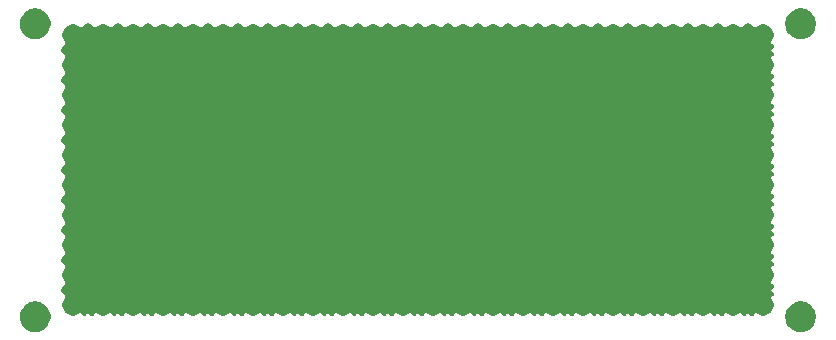
<source format=gbr>
G04 #@! TF.GenerationSoftware,KiCad,Pcbnew,9.0.1*
G04 #@! TF.CreationDate,2025-05-07T17:07:09-04:00*
G04 #@! TF.ProjectId,matrix-protoboard_10x24,6d617472-6978-42d7-9072-6f746f626f61,rev?*
G04 #@! TF.SameCoordinates,Original*
G04 #@! TF.FileFunction,Soldermask,Bot*
G04 #@! TF.FilePolarity,Negative*
%FSLAX46Y46*%
G04 Gerber Fmt 4.6, Leading zero omitted, Abs format (unit mm)*
G04 Created by KiCad (PCBNEW 9.0.1) date 2025-05-07 17:07:09*
%MOMM*%
%LPD*%
G01*
G04 APERTURE LIST*
G04 APERTURE END LIST*
G36*
X107843479Y-87395919D02*
G01*
X108037488Y-87458957D01*
X108219248Y-87551568D01*
X108384282Y-87671472D01*
X108528528Y-87815718D01*
X108648432Y-87980752D01*
X108741043Y-88162512D01*
X108804081Y-88356521D01*
X108835993Y-88558003D01*
X108835993Y-88761997D01*
X108804081Y-88963479D01*
X108741043Y-89157488D01*
X108648432Y-89339248D01*
X108528528Y-89504282D01*
X108384282Y-89648528D01*
X108219248Y-89768432D01*
X108037488Y-89861043D01*
X107843479Y-89924081D01*
X107641997Y-89955993D01*
X107438003Y-89955993D01*
X107236521Y-89924081D01*
X107042512Y-89861043D01*
X106860752Y-89768432D01*
X106695718Y-89648528D01*
X106551472Y-89504282D01*
X106431568Y-89339248D01*
X106338957Y-89157488D01*
X106275919Y-88963479D01*
X106244007Y-88761997D01*
X106244007Y-88558003D01*
X106275919Y-88356521D01*
X106338957Y-88162512D01*
X106431568Y-87980752D01*
X106551472Y-87815718D01*
X106695718Y-87671472D01*
X106860752Y-87551568D01*
X107042512Y-87458957D01*
X107236521Y-87395919D01*
X107438003Y-87364007D01*
X107641997Y-87364007D01*
X107843479Y-87395919D01*
G37*
G36*
X172643479Y-87395919D02*
G01*
X172837488Y-87458957D01*
X173019248Y-87551568D01*
X173184282Y-87671472D01*
X173328528Y-87815718D01*
X173448432Y-87980752D01*
X173541043Y-88162512D01*
X173604081Y-88356521D01*
X173635993Y-88558003D01*
X173635993Y-88761997D01*
X173604081Y-88963479D01*
X173541043Y-89157488D01*
X173448432Y-89339248D01*
X173328528Y-89504282D01*
X173184282Y-89648528D01*
X173019248Y-89768432D01*
X172837488Y-89861043D01*
X172643479Y-89924081D01*
X172441997Y-89955993D01*
X172238003Y-89955993D01*
X172036521Y-89924081D01*
X171842512Y-89861043D01*
X171660752Y-89768432D01*
X171495718Y-89648528D01*
X171351472Y-89504282D01*
X171231568Y-89339248D01*
X171138957Y-89157488D01*
X171075919Y-88963479D01*
X171044007Y-88761997D01*
X171044007Y-88558003D01*
X171075919Y-88356521D01*
X171138957Y-88162512D01*
X171231568Y-87980752D01*
X171351472Y-87815718D01*
X171495718Y-87671472D01*
X171660752Y-87551568D01*
X171842512Y-87458957D01*
X172036521Y-87395919D01*
X172238003Y-87364007D01*
X172441997Y-87364007D01*
X172643479Y-87395919D01*
G37*
G36*
X167964487Y-63799201D02*
G01*
X167965656Y-63799392D01*
X167965835Y-63799509D01*
X167968455Y-63800107D01*
X167972344Y-63801718D01*
X168038846Y-63846154D01*
X168041520Y-63848828D01*
X168286968Y-64094276D01*
X168323722Y-64109500D01*
X168430735Y-64109500D01*
X168440000Y-64109500D01*
X168518455Y-64125107D01*
X168521932Y-64126547D01*
X168522112Y-64126581D01*
X168536379Y-64132301D01*
X168585603Y-64127169D01*
X168587305Y-64126031D01*
X168589046Y-64124291D01*
X168735743Y-64026271D01*
X168898744Y-63958754D01*
X169071785Y-63924334D01*
X169248215Y-63924334D01*
X169421256Y-63958754D01*
X169584257Y-64026271D01*
X169730954Y-64124291D01*
X169855709Y-64249046D01*
X169953729Y-64395743D01*
X170021246Y-64558744D01*
X170055666Y-64731785D01*
X170055666Y-64908215D01*
X170021246Y-65081256D01*
X169953729Y-65244257D01*
X169855709Y-65390954D01*
X169854418Y-65392244D01*
X169846831Y-65431580D01*
X169851852Y-65455380D01*
X169853282Y-65457656D01*
X169854893Y-65461545D01*
X169864609Y-65510390D01*
X169904995Y-65549853D01*
X169941455Y-65557107D01*
X169945344Y-65558718D01*
X169980413Y-65583602D01*
X170007267Y-65601101D01*
X170009554Y-65604279D01*
X170019749Y-65611514D01*
X170054163Y-65666284D01*
X170054810Y-65667183D01*
X170054851Y-65667379D01*
X170056282Y-65669656D01*
X170057893Y-65673545D01*
X170065100Y-65715957D01*
X170071713Y-65747299D01*
X170071083Y-65751161D01*
X170073178Y-65763489D01*
X170058795Y-65826502D01*
X170058607Y-65827656D01*
X170058491Y-65827833D01*
X170057893Y-65830455D01*
X170056282Y-65834344D01*
X170011846Y-65900846D01*
X169905036Y-66007656D01*
X169859113Y-66053579D01*
X169859113Y-66136421D01*
X170011846Y-66289154D01*
X170056282Y-66355656D01*
X170057893Y-66359545D01*
X170065100Y-66401954D01*
X170071713Y-66433299D01*
X170071083Y-66437161D01*
X170073178Y-66449489D01*
X170058795Y-66512502D01*
X170058607Y-66513656D01*
X170058491Y-66513833D01*
X170057893Y-66516455D01*
X170056282Y-66520344D01*
X170031385Y-66555430D01*
X170013898Y-66582267D01*
X170010721Y-66584552D01*
X170003486Y-66594749D01*
X169948715Y-66629163D01*
X169947817Y-66629810D01*
X169947620Y-66629851D01*
X169945344Y-66631282D01*
X169941455Y-66632893D01*
X169901649Y-66640811D01*
X169862334Y-66681044D01*
X169854893Y-66718455D01*
X169853448Y-66721941D01*
X169853434Y-66722020D01*
X169847707Y-66736229D01*
X169852801Y-66785560D01*
X169853964Y-66787301D01*
X169855709Y-66789046D01*
X169953729Y-66935743D01*
X170021246Y-67098744D01*
X170055666Y-67271785D01*
X170055666Y-67448215D01*
X170021246Y-67621256D01*
X169953729Y-67784257D01*
X169855709Y-67930954D01*
X169854418Y-67932244D01*
X169846831Y-67971580D01*
X169851852Y-67995380D01*
X169853282Y-67997656D01*
X169854893Y-68001545D01*
X169864609Y-68050390D01*
X169904995Y-68089853D01*
X169941455Y-68097107D01*
X169945344Y-68098718D01*
X169980413Y-68123602D01*
X170007267Y-68141101D01*
X170009554Y-68144279D01*
X170019749Y-68151514D01*
X170054163Y-68206284D01*
X170054810Y-68207183D01*
X170054851Y-68207379D01*
X170056282Y-68209656D01*
X170057893Y-68213545D01*
X170065100Y-68255957D01*
X170071713Y-68287299D01*
X170071083Y-68291161D01*
X170073178Y-68303489D01*
X170058795Y-68366502D01*
X170058607Y-68367656D01*
X170058491Y-68367833D01*
X170057893Y-68370455D01*
X170056282Y-68374344D01*
X170011846Y-68440846D01*
X169905036Y-68547656D01*
X169859113Y-68593579D01*
X169859113Y-68676421D01*
X170011846Y-68829154D01*
X170056282Y-68895656D01*
X170057893Y-68899545D01*
X170065100Y-68941954D01*
X170071713Y-68973299D01*
X170071083Y-68977161D01*
X170073178Y-68989489D01*
X170058795Y-69052502D01*
X170058607Y-69053656D01*
X170058491Y-69053833D01*
X170057893Y-69056455D01*
X170056282Y-69060344D01*
X170031385Y-69095430D01*
X170013898Y-69122267D01*
X170010721Y-69124552D01*
X170003486Y-69134749D01*
X169948715Y-69169163D01*
X169947817Y-69169810D01*
X169947620Y-69169851D01*
X169945344Y-69171282D01*
X169941455Y-69172893D01*
X169901649Y-69180811D01*
X169862334Y-69221044D01*
X169854893Y-69258455D01*
X169853448Y-69261941D01*
X169853434Y-69262020D01*
X169847707Y-69276229D01*
X169852801Y-69325560D01*
X169853964Y-69327301D01*
X169855709Y-69329046D01*
X169953729Y-69475743D01*
X170021246Y-69638744D01*
X170055666Y-69811785D01*
X170055666Y-69988215D01*
X170021246Y-70161256D01*
X169953729Y-70324257D01*
X169855709Y-70470954D01*
X169854418Y-70472244D01*
X169846831Y-70511580D01*
X169851852Y-70535380D01*
X169853282Y-70537656D01*
X169854893Y-70541545D01*
X169864609Y-70590390D01*
X169904995Y-70629853D01*
X169941455Y-70637107D01*
X169945344Y-70638718D01*
X169980413Y-70663602D01*
X170007267Y-70681101D01*
X170009554Y-70684279D01*
X170019749Y-70691514D01*
X170054163Y-70746284D01*
X170054810Y-70747183D01*
X170054851Y-70747379D01*
X170056282Y-70749656D01*
X170057893Y-70753545D01*
X170065100Y-70795957D01*
X170071713Y-70827299D01*
X170071083Y-70831161D01*
X170073178Y-70843489D01*
X170058795Y-70906502D01*
X170058607Y-70907656D01*
X170058491Y-70907833D01*
X170057893Y-70910455D01*
X170056282Y-70914344D01*
X170011846Y-70980846D01*
X169905036Y-71087656D01*
X169859113Y-71133579D01*
X169859113Y-71216421D01*
X170011846Y-71369154D01*
X170056282Y-71435656D01*
X170057893Y-71439545D01*
X170065100Y-71481954D01*
X170071713Y-71513299D01*
X170071083Y-71517161D01*
X170073178Y-71529489D01*
X170058795Y-71592502D01*
X170058607Y-71593656D01*
X170058491Y-71593833D01*
X170057893Y-71596455D01*
X170056282Y-71600344D01*
X170031385Y-71635430D01*
X170013898Y-71662267D01*
X170010721Y-71664552D01*
X170003486Y-71674749D01*
X169948715Y-71709163D01*
X169947817Y-71709810D01*
X169947620Y-71709851D01*
X169945344Y-71711282D01*
X169941455Y-71712893D01*
X169901649Y-71720811D01*
X169862334Y-71761044D01*
X169854893Y-71798455D01*
X169853448Y-71801941D01*
X169853434Y-71802020D01*
X169847707Y-71816229D01*
X169852801Y-71865560D01*
X169853964Y-71867301D01*
X169855709Y-71869046D01*
X169953729Y-72015743D01*
X170021246Y-72178744D01*
X170055666Y-72351785D01*
X170055666Y-72528215D01*
X170021246Y-72701256D01*
X169953729Y-72864257D01*
X169855709Y-73010954D01*
X169854418Y-73012244D01*
X169846831Y-73051580D01*
X169851852Y-73075380D01*
X169853282Y-73077656D01*
X169854893Y-73081545D01*
X169864609Y-73130390D01*
X169904995Y-73169853D01*
X169941455Y-73177107D01*
X169945344Y-73178718D01*
X169980413Y-73203602D01*
X170007267Y-73221101D01*
X170009554Y-73224279D01*
X170019749Y-73231514D01*
X170054163Y-73286284D01*
X170054810Y-73287183D01*
X170054851Y-73287379D01*
X170056282Y-73289656D01*
X170057893Y-73293545D01*
X170065100Y-73335957D01*
X170071713Y-73367299D01*
X170071083Y-73371161D01*
X170073178Y-73383489D01*
X170058795Y-73446502D01*
X170058607Y-73447656D01*
X170058491Y-73447833D01*
X170057893Y-73450455D01*
X170056282Y-73454344D01*
X170011846Y-73520846D01*
X169905036Y-73627656D01*
X169859113Y-73673579D01*
X169859113Y-73756421D01*
X170011846Y-73909154D01*
X170056282Y-73975656D01*
X170057893Y-73979545D01*
X170065100Y-74021954D01*
X170071713Y-74053299D01*
X170071083Y-74057161D01*
X170073178Y-74069489D01*
X170058795Y-74132502D01*
X170058607Y-74133656D01*
X170058491Y-74133833D01*
X170057893Y-74136455D01*
X170056282Y-74140344D01*
X170031385Y-74175430D01*
X170013898Y-74202267D01*
X170010721Y-74204552D01*
X170003486Y-74214749D01*
X169948715Y-74249163D01*
X169947817Y-74249810D01*
X169947620Y-74249851D01*
X169945344Y-74251282D01*
X169941455Y-74252893D01*
X169901649Y-74260811D01*
X169862334Y-74301044D01*
X169854893Y-74338455D01*
X169853448Y-74341941D01*
X169853434Y-74342020D01*
X169847707Y-74356229D01*
X169852801Y-74405560D01*
X169853964Y-74407301D01*
X169855709Y-74409046D01*
X169953729Y-74555743D01*
X170021246Y-74718744D01*
X170055666Y-74891785D01*
X170055666Y-75068215D01*
X170021246Y-75241256D01*
X169953729Y-75404257D01*
X169855709Y-75550954D01*
X169854418Y-75552244D01*
X169846831Y-75591580D01*
X169851852Y-75615380D01*
X169853282Y-75617656D01*
X169854893Y-75621545D01*
X169864609Y-75670390D01*
X169904995Y-75709853D01*
X169941455Y-75717107D01*
X169945344Y-75718718D01*
X169980413Y-75743602D01*
X170007267Y-75761101D01*
X170009554Y-75764279D01*
X170019749Y-75771514D01*
X170054163Y-75826284D01*
X170054810Y-75827183D01*
X170054851Y-75827379D01*
X170056282Y-75829656D01*
X170057893Y-75833545D01*
X170065100Y-75875957D01*
X170071713Y-75907299D01*
X170071083Y-75911161D01*
X170073178Y-75923489D01*
X170058795Y-75986502D01*
X170058607Y-75987656D01*
X170058491Y-75987833D01*
X170057893Y-75990455D01*
X170056282Y-75994344D01*
X170011846Y-76060846D01*
X169905036Y-76167656D01*
X169859113Y-76213579D01*
X169859113Y-76296421D01*
X170011846Y-76449154D01*
X170056282Y-76515656D01*
X170057893Y-76519545D01*
X170065100Y-76561954D01*
X170071713Y-76593299D01*
X170071083Y-76597161D01*
X170073178Y-76609489D01*
X170058795Y-76672502D01*
X170058607Y-76673656D01*
X170058491Y-76673833D01*
X170057893Y-76676455D01*
X170056282Y-76680344D01*
X170031385Y-76715430D01*
X170013898Y-76742267D01*
X170010721Y-76744552D01*
X170003486Y-76754749D01*
X169948715Y-76789163D01*
X169947817Y-76789810D01*
X169947620Y-76789851D01*
X169945344Y-76791282D01*
X169941455Y-76792893D01*
X169901649Y-76800811D01*
X169862334Y-76841044D01*
X169854893Y-76878455D01*
X169853448Y-76881941D01*
X169853434Y-76882020D01*
X169847707Y-76896229D01*
X169852801Y-76945560D01*
X169853964Y-76947301D01*
X169855709Y-76949046D01*
X169953729Y-77095743D01*
X170021246Y-77258744D01*
X170055666Y-77431785D01*
X170055666Y-77608215D01*
X170021246Y-77781256D01*
X169953729Y-77944257D01*
X169855709Y-78090954D01*
X169854418Y-78092244D01*
X169846831Y-78131580D01*
X169851852Y-78155380D01*
X169853282Y-78157656D01*
X169854893Y-78161545D01*
X169864609Y-78210390D01*
X169904995Y-78249853D01*
X169941455Y-78257107D01*
X169945344Y-78258718D01*
X169980413Y-78283602D01*
X170007267Y-78301101D01*
X170009554Y-78304279D01*
X170019749Y-78311514D01*
X170054163Y-78366284D01*
X170054810Y-78367183D01*
X170054851Y-78367379D01*
X170056282Y-78369656D01*
X170057893Y-78373545D01*
X170065100Y-78415957D01*
X170071713Y-78447299D01*
X170071083Y-78451161D01*
X170073178Y-78463489D01*
X170058795Y-78526502D01*
X170058607Y-78527656D01*
X170058491Y-78527833D01*
X170057893Y-78530455D01*
X170056282Y-78534344D01*
X170011846Y-78600846D01*
X169905036Y-78707656D01*
X169859113Y-78753579D01*
X169859113Y-78836421D01*
X170011846Y-78989154D01*
X170056282Y-79055656D01*
X170057893Y-79059545D01*
X170065100Y-79101954D01*
X170071713Y-79133299D01*
X170071083Y-79137161D01*
X170073178Y-79149489D01*
X170058795Y-79212502D01*
X170058607Y-79213656D01*
X170058491Y-79213833D01*
X170057893Y-79216455D01*
X170056282Y-79220344D01*
X170031385Y-79255430D01*
X170013898Y-79282267D01*
X170010721Y-79284552D01*
X170003486Y-79294749D01*
X169948715Y-79329163D01*
X169947817Y-79329810D01*
X169947620Y-79329851D01*
X169945344Y-79331282D01*
X169941455Y-79332893D01*
X169901649Y-79340811D01*
X169862334Y-79381044D01*
X169854893Y-79418455D01*
X169853448Y-79421941D01*
X169853434Y-79422020D01*
X169847707Y-79436229D01*
X169852801Y-79485560D01*
X169853964Y-79487301D01*
X169855709Y-79489046D01*
X169953729Y-79635743D01*
X170021246Y-79798744D01*
X170055666Y-79971785D01*
X170055666Y-80148215D01*
X170021246Y-80321256D01*
X169953729Y-80484257D01*
X169855709Y-80630954D01*
X169854418Y-80632244D01*
X169846831Y-80671580D01*
X169851852Y-80695380D01*
X169853282Y-80697656D01*
X169854893Y-80701545D01*
X169864609Y-80750390D01*
X169904995Y-80789853D01*
X169941455Y-80797107D01*
X169945344Y-80798718D01*
X169980413Y-80823602D01*
X170007267Y-80841101D01*
X170009554Y-80844279D01*
X170019749Y-80851514D01*
X170054163Y-80906284D01*
X170054810Y-80907183D01*
X170054851Y-80907379D01*
X170056282Y-80909656D01*
X170057893Y-80913545D01*
X170065100Y-80955957D01*
X170071713Y-80987299D01*
X170071083Y-80991161D01*
X170073178Y-81003489D01*
X170058795Y-81066502D01*
X170058607Y-81067656D01*
X170058491Y-81067833D01*
X170057893Y-81070455D01*
X170056282Y-81074344D01*
X170011846Y-81140846D01*
X169905036Y-81247656D01*
X169859113Y-81293579D01*
X169859113Y-81376421D01*
X170011846Y-81529154D01*
X170056282Y-81595656D01*
X170057893Y-81599545D01*
X170065100Y-81641954D01*
X170071713Y-81673299D01*
X170071083Y-81677161D01*
X170073178Y-81689489D01*
X170058795Y-81752502D01*
X170058607Y-81753656D01*
X170058491Y-81753833D01*
X170057893Y-81756455D01*
X170056282Y-81760344D01*
X170031385Y-81795430D01*
X170013898Y-81822267D01*
X170010721Y-81824552D01*
X170003486Y-81834749D01*
X169948715Y-81869163D01*
X169947817Y-81869810D01*
X169947620Y-81869851D01*
X169945344Y-81871282D01*
X169941455Y-81872893D01*
X169901649Y-81880811D01*
X169862334Y-81921044D01*
X169854893Y-81958455D01*
X169853448Y-81961941D01*
X169853434Y-81962020D01*
X169847707Y-81976229D01*
X169852801Y-82025560D01*
X169853964Y-82027301D01*
X169855709Y-82029046D01*
X169953729Y-82175743D01*
X170021246Y-82338744D01*
X170055666Y-82511785D01*
X170055666Y-82688215D01*
X170021246Y-82861256D01*
X169953729Y-83024257D01*
X169855709Y-83170954D01*
X169854418Y-83172244D01*
X169846831Y-83211580D01*
X169851852Y-83235380D01*
X169853282Y-83237656D01*
X169854893Y-83241545D01*
X169864609Y-83290390D01*
X169904995Y-83329853D01*
X169941455Y-83337107D01*
X169945344Y-83338718D01*
X169980413Y-83363602D01*
X170007267Y-83381101D01*
X170009554Y-83384279D01*
X170019749Y-83391514D01*
X170054163Y-83446284D01*
X170054810Y-83447183D01*
X170054851Y-83447379D01*
X170056282Y-83449656D01*
X170057893Y-83453545D01*
X170065100Y-83495957D01*
X170071713Y-83527299D01*
X170071083Y-83531161D01*
X170073178Y-83543489D01*
X170058795Y-83606502D01*
X170058607Y-83607656D01*
X170058491Y-83607833D01*
X170057893Y-83610455D01*
X170056282Y-83614344D01*
X170011846Y-83680846D01*
X169905036Y-83787656D01*
X169859113Y-83833579D01*
X169859113Y-83916421D01*
X170011846Y-84069154D01*
X170056282Y-84135656D01*
X170057893Y-84139545D01*
X170065100Y-84181954D01*
X170071713Y-84213299D01*
X170071083Y-84217161D01*
X170073178Y-84229489D01*
X170058795Y-84292502D01*
X170058607Y-84293656D01*
X170058491Y-84293833D01*
X170057893Y-84296455D01*
X170056282Y-84300344D01*
X170031385Y-84335430D01*
X170013898Y-84362267D01*
X170010721Y-84364552D01*
X170003486Y-84374749D01*
X169948715Y-84409163D01*
X169947817Y-84409810D01*
X169947620Y-84409851D01*
X169945344Y-84411282D01*
X169941455Y-84412893D01*
X169901649Y-84420811D01*
X169862334Y-84461044D01*
X169854893Y-84498455D01*
X169853448Y-84501941D01*
X169853434Y-84502020D01*
X169847707Y-84516229D01*
X169852801Y-84565560D01*
X169853964Y-84567301D01*
X169855709Y-84569046D01*
X169953729Y-84715743D01*
X170021246Y-84878744D01*
X170055666Y-85051785D01*
X170055666Y-85228215D01*
X170021246Y-85401256D01*
X169953729Y-85564257D01*
X169855709Y-85710954D01*
X169854418Y-85712244D01*
X169846831Y-85751580D01*
X169851852Y-85775380D01*
X169853282Y-85777656D01*
X169854893Y-85781545D01*
X169864609Y-85830390D01*
X169904995Y-85869853D01*
X169941455Y-85877107D01*
X169945344Y-85878718D01*
X169980413Y-85903602D01*
X170007267Y-85921101D01*
X170009554Y-85924279D01*
X170019749Y-85931514D01*
X170054163Y-85986284D01*
X170054810Y-85987183D01*
X170054851Y-85987379D01*
X170056282Y-85989656D01*
X170057893Y-85993545D01*
X170065100Y-86035957D01*
X170071713Y-86067299D01*
X170071083Y-86071161D01*
X170073178Y-86083489D01*
X170058795Y-86146502D01*
X170058607Y-86147656D01*
X170058491Y-86147833D01*
X170057893Y-86150455D01*
X170056282Y-86154344D01*
X170011846Y-86220846D01*
X169905036Y-86327656D01*
X169859113Y-86373579D01*
X169859113Y-86456421D01*
X170011846Y-86609154D01*
X170056282Y-86675656D01*
X170057893Y-86679545D01*
X170065100Y-86721954D01*
X170071713Y-86753299D01*
X170071083Y-86757161D01*
X170073178Y-86769489D01*
X170058795Y-86832502D01*
X170058607Y-86833656D01*
X170058491Y-86833833D01*
X170057893Y-86836455D01*
X170056282Y-86840344D01*
X170031385Y-86875430D01*
X170013898Y-86902267D01*
X170010721Y-86904552D01*
X170003486Y-86914749D01*
X169948715Y-86949163D01*
X169947817Y-86949810D01*
X169947620Y-86949851D01*
X169945344Y-86951282D01*
X169941455Y-86952893D01*
X169901649Y-86960811D01*
X169862334Y-87001044D01*
X169854893Y-87038455D01*
X169853448Y-87041941D01*
X169853434Y-87042020D01*
X169847707Y-87056229D01*
X169852801Y-87105560D01*
X169853964Y-87107301D01*
X169855709Y-87109046D01*
X169953729Y-87255743D01*
X170021246Y-87418744D01*
X170055666Y-87591785D01*
X170055666Y-87768215D01*
X170021246Y-87941256D01*
X169953729Y-88104257D01*
X169855709Y-88250954D01*
X169730954Y-88375709D01*
X169584257Y-88473729D01*
X169421256Y-88541246D01*
X169248215Y-88575666D01*
X169071785Y-88575666D01*
X168898744Y-88541246D01*
X168735743Y-88473729D01*
X168589046Y-88375709D01*
X168587756Y-88374419D01*
X168548419Y-88366831D01*
X168524619Y-88371851D01*
X168522344Y-88373282D01*
X168518455Y-88374893D01*
X168469606Y-88384610D01*
X168430145Y-88424995D01*
X168422893Y-88461455D01*
X168421282Y-88465344D01*
X168396386Y-88500428D01*
X168378898Y-88527267D01*
X168375721Y-88529552D01*
X168368486Y-88539749D01*
X168313707Y-88574168D01*
X168312816Y-88574810D01*
X168312621Y-88574851D01*
X168310344Y-88576282D01*
X168306455Y-88577893D01*
X168264036Y-88585101D01*
X168232700Y-88591713D01*
X168228838Y-88591083D01*
X168216511Y-88593178D01*
X168153499Y-88578795D01*
X168152343Y-88578607D01*
X168152165Y-88578491D01*
X168149545Y-88577893D01*
X168145656Y-88576282D01*
X168079154Y-88531846D01*
X167926421Y-88379113D01*
X167843579Y-88379113D01*
X167690846Y-88531846D01*
X167624344Y-88576282D01*
X167620455Y-88577893D01*
X167578040Y-88585100D01*
X167546700Y-88591713D01*
X167542838Y-88591083D01*
X167530511Y-88593178D01*
X167467499Y-88578795D01*
X167466343Y-88578607D01*
X167466165Y-88578491D01*
X167463545Y-88577893D01*
X167459656Y-88576282D01*
X167424580Y-88551393D01*
X167397732Y-88533898D01*
X167395445Y-88530719D01*
X167385251Y-88523486D01*
X167350845Y-88468729D01*
X167350188Y-88467816D01*
X167350145Y-88467616D01*
X167348718Y-88465344D01*
X167347107Y-88461455D01*
X167339188Y-88421649D01*
X167298954Y-88382334D01*
X167261545Y-88374893D01*
X167258065Y-88373451D01*
X167257944Y-88373429D01*
X167243709Y-88367703D01*
X167194421Y-88372813D01*
X167192700Y-88373962D01*
X167190954Y-88375709D01*
X167044257Y-88473729D01*
X166881256Y-88541246D01*
X166708215Y-88575666D01*
X166531785Y-88575666D01*
X166358744Y-88541246D01*
X166195743Y-88473729D01*
X166049046Y-88375709D01*
X166047756Y-88374419D01*
X166008419Y-88366831D01*
X165984619Y-88371851D01*
X165982344Y-88373282D01*
X165978455Y-88374893D01*
X165929606Y-88384610D01*
X165890145Y-88424995D01*
X165882893Y-88461455D01*
X165881282Y-88465344D01*
X165856386Y-88500428D01*
X165838898Y-88527267D01*
X165835721Y-88529552D01*
X165828486Y-88539749D01*
X165773707Y-88574168D01*
X165772816Y-88574810D01*
X165772621Y-88574851D01*
X165770344Y-88576282D01*
X165766455Y-88577893D01*
X165724036Y-88585101D01*
X165692700Y-88591713D01*
X165688838Y-88591083D01*
X165676511Y-88593178D01*
X165613499Y-88578795D01*
X165612343Y-88578607D01*
X165612165Y-88578491D01*
X165609545Y-88577893D01*
X165605656Y-88576282D01*
X165539154Y-88531846D01*
X165386421Y-88379113D01*
X165303579Y-88379113D01*
X165150846Y-88531846D01*
X165084344Y-88576282D01*
X165080455Y-88577893D01*
X165038040Y-88585100D01*
X165006700Y-88591713D01*
X165002838Y-88591083D01*
X164990511Y-88593178D01*
X164927499Y-88578795D01*
X164926343Y-88578607D01*
X164926165Y-88578491D01*
X164923545Y-88577893D01*
X164919656Y-88576282D01*
X164884580Y-88551393D01*
X164857732Y-88533898D01*
X164855445Y-88530719D01*
X164845251Y-88523486D01*
X164810845Y-88468729D01*
X164810188Y-88467816D01*
X164810145Y-88467616D01*
X164808718Y-88465344D01*
X164807107Y-88461455D01*
X164799188Y-88421649D01*
X164758954Y-88382334D01*
X164721545Y-88374893D01*
X164718065Y-88373451D01*
X164717944Y-88373429D01*
X164703709Y-88367703D01*
X164654421Y-88372813D01*
X164652700Y-88373962D01*
X164650954Y-88375709D01*
X164504257Y-88473729D01*
X164341256Y-88541246D01*
X164168215Y-88575666D01*
X163991785Y-88575666D01*
X163818744Y-88541246D01*
X163655743Y-88473729D01*
X163509046Y-88375709D01*
X163507756Y-88374419D01*
X163468419Y-88366831D01*
X163444619Y-88371851D01*
X163442344Y-88373282D01*
X163438455Y-88374893D01*
X163389606Y-88384610D01*
X163350145Y-88424995D01*
X163342893Y-88461455D01*
X163341282Y-88465344D01*
X163316386Y-88500428D01*
X163298898Y-88527267D01*
X163295721Y-88529552D01*
X163288486Y-88539749D01*
X163233707Y-88574168D01*
X163232816Y-88574810D01*
X163232621Y-88574851D01*
X163230344Y-88576282D01*
X163226455Y-88577893D01*
X163184036Y-88585101D01*
X163152700Y-88591713D01*
X163148838Y-88591083D01*
X163136511Y-88593178D01*
X163073499Y-88578795D01*
X163072343Y-88578607D01*
X163072165Y-88578491D01*
X163069545Y-88577893D01*
X163065656Y-88576282D01*
X162999154Y-88531846D01*
X162846421Y-88379113D01*
X162763579Y-88379113D01*
X162610846Y-88531846D01*
X162544344Y-88576282D01*
X162540455Y-88577893D01*
X162498040Y-88585100D01*
X162466700Y-88591713D01*
X162462838Y-88591083D01*
X162450511Y-88593178D01*
X162387499Y-88578795D01*
X162386343Y-88578607D01*
X162386165Y-88578491D01*
X162383545Y-88577893D01*
X162379656Y-88576282D01*
X162344580Y-88551393D01*
X162317732Y-88533898D01*
X162315445Y-88530719D01*
X162305251Y-88523486D01*
X162270845Y-88468729D01*
X162270188Y-88467816D01*
X162270145Y-88467616D01*
X162268718Y-88465344D01*
X162267107Y-88461455D01*
X162259188Y-88421649D01*
X162218954Y-88382334D01*
X162181545Y-88374893D01*
X162178065Y-88373451D01*
X162177944Y-88373429D01*
X162163709Y-88367703D01*
X162114421Y-88372813D01*
X162112700Y-88373962D01*
X162110954Y-88375709D01*
X161964257Y-88473729D01*
X161801256Y-88541246D01*
X161628215Y-88575666D01*
X161451785Y-88575666D01*
X161278744Y-88541246D01*
X161115743Y-88473729D01*
X160969046Y-88375709D01*
X160967756Y-88374419D01*
X160928419Y-88366831D01*
X160904619Y-88371851D01*
X160902344Y-88373282D01*
X160898455Y-88374893D01*
X160849606Y-88384610D01*
X160810145Y-88424995D01*
X160802893Y-88461455D01*
X160801282Y-88465344D01*
X160776386Y-88500428D01*
X160758898Y-88527267D01*
X160755721Y-88529552D01*
X160748486Y-88539749D01*
X160693707Y-88574168D01*
X160692816Y-88574810D01*
X160692621Y-88574851D01*
X160690344Y-88576282D01*
X160686455Y-88577893D01*
X160644036Y-88585101D01*
X160612700Y-88591713D01*
X160608838Y-88591083D01*
X160596511Y-88593178D01*
X160533499Y-88578795D01*
X160532343Y-88578607D01*
X160532165Y-88578491D01*
X160529545Y-88577893D01*
X160525656Y-88576282D01*
X160459154Y-88531846D01*
X160306421Y-88379113D01*
X160223579Y-88379113D01*
X160070846Y-88531846D01*
X160004344Y-88576282D01*
X160000455Y-88577893D01*
X159958040Y-88585100D01*
X159926700Y-88591713D01*
X159922838Y-88591083D01*
X159910511Y-88593178D01*
X159847499Y-88578795D01*
X159846343Y-88578607D01*
X159846165Y-88578491D01*
X159843545Y-88577893D01*
X159839656Y-88576282D01*
X159804580Y-88551393D01*
X159777732Y-88533898D01*
X159775445Y-88530719D01*
X159765251Y-88523486D01*
X159730845Y-88468729D01*
X159730188Y-88467816D01*
X159730145Y-88467616D01*
X159728718Y-88465344D01*
X159727107Y-88461455D01*
X159719188Y-88421649D01*
X159678954Y-88382334D01*
X159641545Y-88374893D01*
X159638065Y-88373451D01*
X159637944Y-88373429D01*
X159623709Y-88367703D01*
X159574421Y-88372813D01*
X159572700Y-88373962D01*
X159570954Y-88375709D01*
X159424257Y-88473729D01*
X159261256Y-88541246D01*
X159088215Y-88575666D01*
X158911785Y-88575666D01*
X158738744Y-88541246D01*
X158575743Y-88473729D01*
X158429046Y-88375709D01*
X158427756Y-88374419D01*
X158388419Y-88366831D01*
X158364619Y-88371851D01*
X158362344Y-88373282D01*
X158358455Y-88374893D01*
X158309606Y-88384610D01*
X158270145Y-88424995D01*
X158262893Y-88461455D01*
X158261282Y-88465344D01*
X158236386Y-88500428D01*
X158218898Y-88527267D01*
X158215721Y-88529552D01*
X158208486Y-88539749D01*
X158153707Y-88574168D01*
X158152816Y-88574810D01*
X158152621Y-88574851D01*
X158150344Y-88576282D01*
X158146455Y-88577893D01*
X158104036Y-88585101D01*
X158072700Y-88591713D01*
X158068838Y-88591083D01*
X158056511Y-88593178D01*
X157993499Y-88578795D01*
X157992343Y-88578607D01*
X157992165Y-88578491D01*
X157989545Y-88577893D01*
X157985656Y-88576282D01*
X157919154Y-88531846D01*
X157766421Y-88379113D01*
X157683579Y-88379113D01*
X157530846Y-88531846D01*
X157464344Y-88576282D01*
X157460455Y-88577893D01*
X157418040Y-88585100D01*
X157386700Y-88591713D01*
X157382838Y-88591083D01*
X157370511Y-88593178D01*
X157307499Y-88578795D01*
X157306343Y-88578607D01*
X157306165Y-88578491D01*
X157303545Y-88577893D01*
X157299656Y-88576282D01*
X157264580Y-88551393D01*
X157237732Y-88533898D01*
X157235445Y-88530719D01*
X157225251Y-88523486D01*
X157190845Y-88468729D01*
X157190188Y-88467816D01*
X157190145Y-88467616D01*
X157188718Y-88465344D01*
X157187107Y-88461455D01*
X157179188Y-88421649D01*
X157138954Y-88382334D01*
X157101545Y-88374893D01*
X157098065Y-88373451D01*
X157097944Y-88373429D01*
X157083709Y-88367703D01*
X157034421Y-88372813D01*
X157032700Y-88373962D01*
X157030954Y-88375709D01*
X156884257Y-88473729D01*
X156721256Y-88541246D01*
X156548215Y-88575666D01*
X156371785Y-88575666D01*
X156198744Y-88541246D01*
X156035743Y-88473729D01*
X155889046Y-88375709D01*
X155887756Y-88374419D01*
X155848419Y-88366831D01*
X155824619Y-88371851D01*
X155822344Y-88373282D01*
X155818455Y-88374893D01*
X155769606Y-88384610D01*
X155730145Y-88424995D01*
X155722893Y-88461455D01*
X155721282Y-88465344D01*
X155696386Y-88500428D01*
X155678898Y-88527267D01*
X155675721Y-88529552D01*
X155668486Y-88539749D01*
X155613707Y-88574168D01*
X155612816Y-88574810D01*
X155612621Y-88574851D01*
X155610344Y-88576282D01*
X155606455Y-88577893D01*
X155564036Y-88585101D01*
X155532700Y-88591713D01*
X155528838Y-88591083D01*
X155516511Y-88593178D01*
X155453499Y-88578795D01*
X155452343Y-88578607D01*
X155452165Y-88578491D01*
X155449545Y-88577893D01*
X155445656Y-88576282D01*
X155379154Y-88531846D01*
X155226421Y-88379113D01*
X155143579Y-88379113D01*
X154990846Y-88531846D01*
X154924344Y-88576282D01*
X154920455Y-88577893D01*
X154878040Y-88585100D01*
X154846700Y-88591713D01*
X154842838Y-88591083D01*
X154830511Y-88593178D01*
X154767499Y-88578795D01*
X154766343Y-88578607D01*
X154766165Y-88578491D01*
X154763545Y-88577893D01*
X154759656Y-88576282D01*
X154724580Y-88551393D01*
X154697732Y-88533898D01*
X154695445Y-88530719D01*
X154685251Y-88523486D01*
X154650845Y-88468729D01*
X154650188Y-88467816D01*
X154650145Y-88467616D01*
X154648718Y-88465344D01*
X154647107Y-88461455D01*
X154639188Y-88421649D01*
X154598954Y-88382334D01*
X154561545Y-88374893D01*
X154558065Y-88373451D01*
X154557944Y-88373429D01*
X154543709Y-88367703D01*
X154494421Y-88372813D01*
X154492700Y-88373962D01*
X154490954Y-88375709D01*
X154344257Y-88473729D01*
X154181256Y-88541246D01*
X154008215Y-88575666D01*
X153831785Y-88575666D01*
X153658744Y-88541246D01*
X153495743Y-88473729D01*
X153349046Y-88375709D01*
X153347756Y-88374419D01*
X153308419Y-88366831D01*
X153284619Y-88371851D01*
X153282344Y-88373282D01*
X153278455Y-88374893D01*
X153229606Y-88384610D01*
X153190145Y-88424995D01*
X153182893Y-88461455D01*
X153181282Y-88465344D01*
X153156386Y-88500428D01*
X153138898Y-88527267D01*
X153135721Y-88529552D01*
X153128486Y-88539749D01*
X153073707Y-88574168D01*
X153072816Y-88574810D01*
X153072621Y-88574851D01*
X153070344Y-88576282D01*
X153066455Y-88577893D01*
X153024036Y-88585101D01*
X152992700Y-88591713D01*
X152988838Y-88591083D01*
X152976511Y-88593178D01*
X152913499Y-88578795D01*
X152912343Y-88578607D01*
X152912165Y-88578491D01*
X152909545Y-88577893D01*
X152905656Y-88576282D01*
X152839154Y-88531846D01*
X152686421Y-88379113D01*
X152603579Y-88379113D01*
X152450846Y-88531846D01*
X152384344Y-88576282D01*
X152380455Y-88577893D01*
X152338040Y-88585100D01*
X152306700Y-88591713D01*
X152302838Y-88591083D01*
X152290511Y-88593178D01*
X152227499Y-88578795D01*
X152226343Y-88578607D01*
X152226165Y-88578491D01*
X152223545Y-88577893D01*
X152219656Y-88576282D01*
X152184580Y-88551393D01*
X152157732Y-88533898D01*
X152155445Y-88530719D01*
X152145251Y-88523486D01*
X152110845Y-88468729D01*
X152110188Y-88467816D01*
X152110145Y-88467616D01*
X152108718Y-88465344D01*
X152107107Y-88461455D01*
X152099188Y-88421649D01*
X152058954Y-88382334D01*
X152021545Y-88374893D01*
X152018065Y-88373451D01*
X152017944Y-88373429D01*
X152003709Y-88367703D01*
X151954421Y-88372813D01*
X151952700Y-88373962D01*
X151950954Y-88375709D01*
X151804257Y-88473729D01*
X151641256Y-88541246D01*
X151468215Y-88575666D01*
X151291785Y-88575666D01*
X151118744Y-88541246D01*
X150955743Y-88473729D01*
X150809046Y-88375709D01*
X150807756Y-88374419D01*
X150768419Y-88366831D01*
X150744619Y-88371851D01*
X150742344Y-88373282D01*
X150738455Y-88374893D01*
X150689606Y-88384610D01*
X150650145Y-88424995D01*
X150642893Y-88461455D01*
X150641282Y-88465344D01*
X150616386Y-88500428D01*
X150598898Y-88527267D01*
X150595721Y-88529552D01*
X150588486Y-88539749D01*
X150533707Y-88574168D01*
X150532816Y-88574810D01*
X150532621Y-88574851D01*
X150530344Y-88576282D01*
X150526455Y-88577893D01*
X150484036Y-88585101D01*
X150452700Y-88591713D01*
X150448838Y-88591083D01*
X150436511Y-88593178D01*
X150373499Y-88578795D01*
X150372343Y-88578607D01*
X150372165Y-88578491D01*
X150369545Y-88577893D01*
X150365656Y-88576282D01*
X150299154Y-88531846D01*
X150146421Y-88379113D01*
X150063579Y-88379113D01*
X149910846Y-88531846D01*
X149844344Y-88576282D01*
X149840455Y-88577893D01*
X149798040Y-88585100D01*
X149766700Y-88591713D01*
X149762838Y-88591083D01*
X149750511Y-88593178D01*
X149687499Y-88578795D01*
X149686343Y-88578607D01*
X149686165Y-88578491D01*
X149683545Y-88577893D01*
X149679656Y-88576282D01*
X149644580Y-88551393D01*
X149617732Y-88533898D01*
X149615445Y-88530719D01*
X149605251Y-88523486D01*
X149570845Y-88468729D01*
X149570188Y-88467816D01*
X149570145Y-88467616D01*
X149568718Y-88465344D01*
X149567107Y-88461455D01*
X149559188Y-88421649D01*
X149518954Y-88382334D01*
X149481545Y-88374893D01*
X149478065Y-88373451D01*
X149477944Y-88373429D01*
X149463709Y-88367703D01*
X149414421Y-88372813D01*
X149412700Y-88373962D01*
X149410954Y-88375709D01*
X149264257Y-88473729D01*
X149101256Y-88541246D01*
X148928215Y-88575666D01*
X148751785Y-88575666D01*
X148578744Y-88541246D01*
X148415743Y-88473729D01*
X148269046Y-88375709D01*
X148267756Y-88374419D01*
X148228419Y-88366831D01*
X148204619Y-88371851D01*
X148202344Y-88373282D01*
X148198455Y-88374893D01*
X148149606Y-88384610D01*
X148110145Y-88424995D01*
X148102893Y-88461455D01*
X148101282Y-88465344D01*
X148076386Y-88500428D01*
X148058898Y-88527267D01*
X148055721Y-88529552D01*
X148048486Y-88539749D01*
X147993707Y-88574168D01*
X147992816Y-88574810D01*
X147992621Y-88574851D01*
X147990344Y-88576282D01*
X147986455Y-88577893D01*
X147944036Y-88585101D01*
X147912700Y-88591713D01*
X147908838Y-88591083D01*
X147896511Y-88593178D01*
X147833499Y-88578795D01*
X147832343Y-88578607D01*
X147832165Y-88578491D01*
X147829545Y-88577893D01*
X147825656Y-88576282D01*
X147759154Y-88531846D01*
X147606421Y-88379113D01*
X147523579Y-88379113D01*
X147370846Y-88531846D01*
X147304344Y-88576282D01*
X147300455Y-88577893D01*
X147258040Y-88585100D01*
X147226700Y-88591713D01*
X147222838Y-88591083D01*
X147210511Y-88593178D01*
X147147499Y-88578795D01*
X147146343Y-88578607D01*
X147146165Y-88578491D01*
X147143545Y-88577893D01*
X147139656Y-88576282D01*
X147104580Y-88551393D01*
X147077732Y-88533898D01*
X147075445Y-88530719D01*
X147065251Y-88523486D01*
X147030845Y-88468729D01*
X147030188Y-88467816D01*
X147030145Y-88467616D01*
X147028718Y-88465344D01*
X147027107Y-88461455D01*
X147019188Y-88421649D01*
X146978954Y-88382334D01*
X146941545Y-88374893D01*
X146938065Y-88373451D01*
X146937944Y-88373429D01*
X146923709Y-88367703D01*
X146874421Y-88372813D01*
X146872700Y-88373962D01*
X146870954Y-88375709D01*
X146724257Y-88473729D01*
X146561256Y-88541246D01*
X146388215Y-88575666D01*
X146211785Y-88575666D01*
X146038744Y-88541246D01*
X145875743Y-88473729D01*
X145729046Y-88375709D01*
X145727756Y-88374419D01*
X145688419Y-88366831D01*
X145664619Y-88371851D01*
X145662344Y-88373282D01*
X145658455Y-88374893D01*
X145609606Y-88384610D01*
X145570145Y-88424995D01*
X145562893Y-88461455D01*
X145561282Y-88465344D01*
X145536386Y-88500428D01*
X145518898Y-88527267D01*
X145515721Y-88529552D01*
X145508486Y-88539749D01*
X145453707Y-88574168D01*
X145452816Y-88574810D01*
X145452621Y-88574851D01*
X145450344Y-88576282D01*
X145446455Y-88577893D01*
X145404036Y-88585101D01*
X145372700Y-88591713D01*
X145368838Y-88591083D01*
X145356511Y-88593178D01*
X145293499Y-88578795D01*
X145292343Y-88578607D01*
X145292165Y-88578491D01*
X145289545Y-88577893D01*
X145285656Y-88576282D01*
X145219154Y-88531846D01*
X145066421Y-88379113D01*
X144983579Y-88379113D01*
X144830846Y-88531846D01*
X144764344Y-88576282D01*
X144760455Y-88577893D01*
X144718040Y-88585100D01*
X144686700Y-88591713D01*
X144682838Y-88591083D01*
X144670511Y-88593178D01*
X144607499Y-88578795D01*
X144606343Y-88578607D01*
X144606165Y-88578491D01*
X144603545Y-88577893D01*
X144599656Y-88576282D01*
X144564580Y-88551393D01*
X144537732Y-88533898D01*
X144535445Y-88530719D01*
X144525251Y-88523486D01*
X144490845Y-88468729D01*
X144490188Y-88467816D01*
X144490145Y-88467616D01*
X144488718Y-88465344D01*
X144487107Y-88461455D01*
X144479188Y-88421649D01*
X144438954Y-88382334D01*
X144401545Y-88374893D01*
X144398065Y-88373451D01*
X144397944Y-88373429D01*
X144383709Y-88367703D01*
X144334421Y-88372813D01*
X144332700Y-88373962D01*
X144330954Y-88375709D01*
X144184257Y-88473729D01*
X144021256Y-88541246D01*
X143848215Y-88575666D01*
X143671785Y-88575666D01*
X143498744Y-88541246D01*
X143335743Y-88473729D01*
X143189046Y-88375709D01*
X143187756Y-88374419D01*
X143148419Y-88366831D01*
X143124619Y-88371851D01*
X143122344Y-88373282D01*
X143118455Y-88374893D01*
X143069606Y-88384610D01*
X143030145Y-88424995D01*
X143022893Y-88461455D01*
X143021282Y-88465344D01*
X142996386Y-88500428D01*
X142978898Y-88527267D01*
X142975721Y-88529552D01*
X142968486Y-88539749D01*
X142913707Y-88574168D01*
X142912816Y-88574810D01*
X142912621Y-88574851D01*
X142910344Y-88576282D01*
X142906455Y-88577893D01*
X142864036Y-88585101D01*
X142832700Y-88591713D01*
X142828838Y-88591083D01*
X142816511Y-88593178D01*
X142753499Y-88578795D01*
X142752343Y-88578607D01*
X142752165Y-88578491D01*
X142749545Y-88577893D01*
X142745656Y-88576282D01*
X142679154Y-88531846D01*
X142526421Y-88379113D01*
X142443579Y-88379113D01*
X142290846Y-88531846D01*
X142224344Y-88576282D01*
X142220455Y-88577893D01*
X142178040Y-88585100D01*
X142146700Y-88591713D01*
X142142838Y-88591083D01*
X142130511Y-88593178D01*
X142067499Y-88578795D01*
X142066343Y-88578607D01*
X142066165Y-88578491D01*
X142063545Y-88577893D01*
X142059656Y-88576282D01*
X142024580Y-88551393D01*
X141997732Y-88533898D01*
X141995445Y-88530719D01*
X141985251Y-88523486D01*
X141950845Y-88468729D01*
X141950188Y-88467816D01*
X141950145Y-88467616D01*
X141948718Y-88465344D01*
X141947107Y-88461455D01*
X141939188Y-88421649D01*
X141898954Y-88382334D01*
X141861545Y-88374893D01*
X141858065Y-88373451D01*
X141857944Y-88373429D01*
X141843709Y-88367703D01*
X141794421Y-88372813D01*
X141792700Y-88373962D01*
X141790954Y-88375709D01*
X141644257Y-88473729D01*
X141481256Y-88541246D01*
X141308215Y-88575666D01*
X141131785Y-88575666D01*
X140958744Y-88541246D01*
X140795743Y-88473729D01*
X140649046Y-88375709D01*
X140647756Y-88374419D01*
X140608419Y-88366831D01*
X140584619Y-88371851D01*
X140582344Y-88373282D01*
X140578455Y-88374893D01*
X140529606Y-88384610D01*
X140490145Y-88424995D01*
X140482893Y-88461455D01*
X140481282Y-88465344D01*
X140456386Y-88500428D01*
X140438898Y-88527267D01*
X140435721Y-88529552D01*
X140428486Y-88539749D01*
X140373707Y-88574168D01*
X140372816Y-88574810D01*
X140372621Y-88574851D01*
X140370344Y-88576282D01*
X140366455Y-88577893D01*
X140324036Y-88585101D01*
X140292700Y-88591713D01*
X140288838Y-88591083D01*
X140276511Y-88593178D01*
X140213499Y-88578795D01*
X140212343Y-88578607D01*
X140212165Y-88578491D01*
X140209545Y-88577893D01*
X140205656Y-88576282D01*
X140139154Y-88531846D01*
X139986421Y-88379113D01*
X139903579Y-88379113D01*
X139750846Y-88531846D01*
X139684344Y-88576282D01*
X139680455Y-88577893D01*
X139638040Y-88585100D01*
X139606700Y-88591713D01*
X139602838Y-88591083D01*
X139590511Y-88593178D01*
X139527499Y-88578795D01*
X139526343Y-88578607D01*
X139526165Y-88578491D01*
X139523545Y-88577893D01*
X139519656Y-88576282D01*
X139484580Y-88551393D01*
X139457732Y-88533898D01*
X139455445Y-88530719D01*
X139445251Y-88523486D01*
X139410845Y-88468729D01*
X139410188Y-88467816D01*
X139410145Y-88467616D01*
X139408718Y-88465344D01*
X139407107Y-88461455D01*
X139399188Y-88421649D01*
X139358954Y-88382334D01*
X139321545Y-88374893D01*
X139318065Y-88373451D01*
X139317944Y-88373429D01*
X139303709Y-88367703D01*
X139254421Y-88372813D01*
X139252700Y-88373962D01*
X139250954Y-88375709D01*
X139104257Y-88473729D01*
X138941256Y-88541246D01*
X138768215Y-88575666D01*
X138591785Y-88575666D01*
X138418744Y-88541246D01*
X138255743Y-88473729D01*
X138109046Y-88375709D01*
X138107756Y-88374419D01*
X138068419Y-88366831D01*
X138044619Y-88371851D01*
X138042344Y-88373282D01*
X138038455Y-88374893D01*
X137989606Y-88384610D01*
X137950145Y-88424995D01*
X137942893Y-88461455D01*
X137941282Y-88465344D01*
X137916386Y-88500428D01*
X137898898Y-88527267D01*
X137895721Y-88529552D01*
X137888486Y-88539749D01*
X137833707Y-88574168D01*
X137832816Y-88574810D01*
X137832621Y-88574851D01*
X137830344Y-88576282D01*
X137826455Y-88577893D01*
X137784036Y-88585101D01*
X137752700Y-88591713D01*
X137748838Y-88591083D01*
X137736511Y-88593178D01*
X137673499Y-88578795D01*
X137672343Y-88578607D01*
X137672165Y-88578491D01*
X137669545Y-88577893D01*
X137665656Y-88576282D01*
X137599154Y-88531846D01*
X137446421Y-88379113D01*
X137363579Y-88379113D01*
X137210846Y-88531846D01*
X137144344Y-88576282D01*
X137140455Y-88577893D01*
X137098040Y-88585100D01*
X137066700Y-88591713D01*
X137062838Y-88591083D01*
X137050511Y-88593178D01*
X136987499Y-88578795D01*
X136986343Y-88578607D01*
X136986165Y-88578491D01*
X136983545Y-88577893D01*
X136979656Y-88576282D01*
X136944580Y-88551393D01*
X136917732Y-88533898D01*
X136915445Y-88530719D01*
X136905251Y-88523486D01*
X136870845Y-88468729D01*
X136870188Y-88467816D01*
X136870145Y-88467616D01*
X136868718Y-88465344D01*
X136867107Y-88461455D01*
X136859188Y-88421649D01*
X136818954Y-88382334D01*
X136781545Y-88374893D01*
X136778065Y-88373451D01*
X136777944Y-88373429D01*
X136763709Y-88367703D01*
X136714421Y-88372813D01*
X136712700Y-88373962D01*
X136710954Y-88375709D01*
X136564257Y-88473729D01*
X136401256Y-88541246D01*
X136228215Y-88575666D01*
X136051785Y-88575666D01*
X135878744Y-88541246D01*
X135715743Y-88473729D01*
X135569046Y-88375709D01*
X135567756Y-88374419D01*
X135528419Y-88366831D01*
X135504619Y-88371851D01*
X135502344Y-88373282D01*
X135498455Y-88374893D01*
X135449606Y-88384610D01*
X135410145Y-88424995D01*
X135402893Y-88461455D01*
X135401282Y-88465344D01*
X135376386Y-88500428D01*
X135358898Y-88527267D01*
X135355721Y-88529552D01*
X135348486Y-88539749D01*
X135293707Y-88574168D01*
X135292816Y-88574810D01*
X135292621Y-88574851D01*
X135290344Y-88576282D01*
X135286455Y-88577893D01*
X135244036Y-88585101D01*
X135212700Y-88591713D01*
X135208838Y-88591083D01*
X135196511Y-88593178D01*
X135133499Y-88578795D01*
X135132343Y-88578607D01*
X135132165Y-88578491D01*
X135129545Y-88577893D01*
X135125656Y-88576282D01*
X135059154Y-88531846D01*
X134906421Y-88379113D01*
X134823579Y-88379113D01*
X134670846Y-88531846D01*
X134604344Y-88576282D01*
X134600455Y-88577893D01*
X134558040Y-88585100D01*
X134526700Y-88591713D01*
X134522838Y-88591083D01*
X134510511Y-88593178D01*
X134447499Y-88578795D01*
X134446343Y-88578607D01*
X134446165Y-88578491D01*
X134443545Y-88577893D01*
X134439656Y-88576282D01*
X134404580Y-88551393D01*
X134377732Y-88533898D01*
X134375445Y-88530719D01*
X134365251Y-88523486D01*
X134330845Y-88468729D01*
X134330188Y-88467816D01*
X134330145Y-88467616D01*
X134328718Y-88465344D01*
X134327107Y-88461455D01*
X134319188Y-88421649D01*
X134278954Y-88382334D01*
X134241545Y-88374893D01*
X134238065Y-88373451D01*
X134237944Y-88373429D01*
X134223709Y-88367703D01*
X134174421Y-88372813D01*
X134172700Y-88373962D01*
X134170954Y-88375709D01*
X134024257Y-88473729D01*
X133861256Y-88541246D01*
X133688215Y-88575666D01*
X133511785Y-88575666D01*
X133338744Y-88541246D01*
X133175743Y-88473729D01*
X133029046Y-88375709D01*
X133027756Y-88374419D01*
X132988419Y-88366831D01*
X132964619Y-88371851D01*
X132962344Y-88373282D01*
X132958455Y-88374893D01*
X132909606Y-88384610D01*
X132870145Y-88424995D01*
X132862893Y-88461455D01*
X132861282Y-88465344D01*
X132836386Y-88500428D01*
X132818898Y-88527267D01*
X132815721Y-88529552D01*
X132808486Y-88539749D01*
X132753707Y-88574168D01*
X132752816Y-88574810D01*
X132752621Y-88574851D01*
X132750344Y-88576282D01*
X132746455Y-88577893D01*
X132704036Y-88585101D01*
X132672700Y-88591713D01*
X132668838Y-88591083D01*
X132656511Y-88593178D01*
X132593499Y-88578795D01*
X132592343Y-88578607D01*
X132592165Y-88578491D01*
X132589545Y-88577893D01*
X132585656Y-88576282D01*
X132519154Y-88531846D01*
X132366421Y-88379113D01*
X132283579Y-88379113D01*
X132130846Y-88531846D01*
X132064344Y-88576282D01*
X132060455Y-88577893D01*
X132018040Y-88585100D01*
X131986700Y-88591713D01*
X131982838Y-88591083D01*
X131970511Y-88593178D01*
X131907499Y-88578795D01*
X131906343Y-88578607D01*
X131906165Y-88578491D01*
X131903545Y-88577893D01*
X131899656Y-88576282D01*
X131864580Y-88551393D01*
X131837732Y-88533898D01*
X131835445Y-88530719D01*
X131825251Y-88523486D01*
X131790845Y-88468729D01*
X131790188Y-88467816D01*
X131790145Y-88467616D01*
X131788718Y-88465344D01*
X131787107Y-88461455D01*
X131779188Y-88421649D01*
X131738954Y-88382334D01*
X131701545Y-88374893D01*
X131698065Y-88373451D01*
X131697944Y-88373429D01*
X131683709Y-88367703D01*
X131634421Y-88372813D01*
X131632700Y-88373962D01*
X131630954Y-88375709D01*
X131484257Y-88473729D01*
X131321256Y-88541246D01*
X131148215Y-88575666D01*
X130971785Y-88575666D01*
X130798744Y-88541246D01*
X130635743Y-88473729D01*
X130489046Y-88375709D01*
X130487756Y-88374419D01*
X130448419Y-88366831D01*
X130424619Y-88371851D01*
X130422344Y-88373282D01*
X130418455Y-88374893D01*
X130369606Y-88384610D01*
X130330145Y-88424995D01*
X130322893Y-88461455D01*
X130321282Y-88465344D01*
X130296386Y-88500428D01*
X130278898Y-88527267D01*
X130275721Y-88529552D01*
X130268486Y-88539749D01*
X130213707Y-88574168D01*
X130212816Y-88574810D01*
X130212621Y-88574851D01*
X130210344Y-88576282D01*
X130206455Y-88577893D01*
X130164036Y-88585101D01*
X130132700Y-88591713D01*
X130128838Y-88591083D01*
X130116511Y-88593178D01*
X130053499Y-88578795D01*
X130052343Y-88578607D01*
X130052165Y-88578491D01*
X130049545Y-88577893D01*
X130045656Y-88576282D01*
X129979154Y-88531846D01*
X129826421Y-88379113D01*
X129743579Y-88379113D01*
X129590846Y-88531846D01*
X129524344Y-88576282D01*
X129520455Y-88577893D01*
X129478040Y-88585100D01*
X129446700Y-88591713D01*
X129442838Y-88591083D01*
X129430511Y-88593178D01*
X129367499Y-88578795D01*
X129366343Y-88578607D01*
X129366165Y-88578491D01*
X129363545Y-88577893D01*
X129359656Y-88576282D01*
X129324580Y-88551393D01*
X129297732Y-88533898D01*
X129295445Y-88530719D01*
X129285251Y-88523486D01*
X129250845Y-88468729D01*
X129250188Y-88467816D01*
X129250145Y-88467616D01*
X129248718Y-88465344D01*
X129247107Y-88461455D01*
X129239188Y-88421649D01*
X129198954Y-88382334D01*
X129161545Y-88374893D01*
X129158065Y-88373451D01*
X129157944Y-88373429D01*
X129143709Y-88367703D01*
X129094421Y-88372813D01*
X129092700Y-88373962D01*
X129090954Y-88375709D01*
X128944257Y-88473729D01*
X128781256Y-88541246D01*
X128608215Y-88575666D01*
X128431785Y-88575666D01*
X128258744Y-88541246D01*
X128095743Y-88473729D01*
X127949046Y-88375709D01*
X127947756Y-88374419D01*
X127908419Y-88366831D01*
X127884619Y-88371851D01*
X127882344Y-88373282D01*
X127878455Y-88374893D01*
X127829606Y-88384610D01*
X127790145Y-88424995D01*
X127782893Y-88461455D01*
X127781282Y-88465344D01*
X127756386Y-88500428D01*
X127738898Y-88527267D01*
X127735721Y-88529552D01*
X127728486Y-88539749D01*
X127673707Y-88574168D01*
X127672816Y-88574810D01*
X127672621Y-88574851D01*
X127670344Y-88576282D01*
X127666455Y-88577893D01*
X127624036Y-88585101D01*
X127592700Y-88591713D01*
X127588838Y-88591083D01*
X127576511Y-88593178D01*
X127513499Y-88578795D01*
X127512343Y-88578607D01*
X127512165Y-88578491D01*
X127509545Y-88577893D01*
X127505656Y-88576282D01*
X127439154Y-88531846D01*
X127286421Y-88379113D01*
X127203579Y-88379113D01*
X127050846Y-88531846D01*
X126984344Y-88576282D01*
X126980455Y-88577893D01*
X126938040Y-88585100D01*
X126906700Y-88591713D01*
X126902838Y-88591083D01*
X126890511Y-88593178D01*
X126827499Y-88578795D01*
X126826343Y-88578607D01*
X126826165Y-88578491D01*
X126823545Y-88577893D01*
X126819656Y-88576282D01*
X126784580Y-88551393D01*
X126757732Y-88533898D01*
X126755445Y-88530719D01*
X126745251Y-88523486D01*
X126710845Y-88468729D01*
X126710188Y-88467816D01*
X126710145Y-88467616D01*
X126708718Y-88465344D01*
X126707107Y-88461455D01*
X126699188Y-88421649D01*
X126658954Y-88382334D01*
X126621545Y-88374893D01*
X126618065Y-88373451D01*
X126617944Y-88373429D01*
X126603709Y-88367703D01*
X126554421Y-88372813D01*
X126552700Y-88373962D01*
X126550954Y-88375709D01*
X126404257Y-88473729D01*
X126241256Y-88541246D01*
X126068215Y-88575666D01*
X125891785Y-88575666D01*
X125718744Y-88541246D01*
X125555743Y-88473729D01*
X125409046Y-88375709D01*
X125407756Y-88374419D01*
X125368419Y-88366831D01*
X125344619Y-88371851D01*
X125342344Y-88373282D01*
X125338455Y-88374893D01*
X125289606Y-88384610D01*
X125250145Y-88424995D01*
X125242893Y-88461455D01*
X125241282Y-88465344D01*
X125216386Y-88500428D01*
X125198898Y-88527267D01*
X125195721Y-88529552D01*
X125188486Y-88539749D01*
X125133707Y-88574168D01*
X125132816Y-88574810D01*
X125132621Y-88574851D01*
X125130344Y-88576282D01*
X125126455Y-88577893D01*
X125084036Y-88585101D01*
X125052700Y-88591713D01*
X125048838Y-88591083D01*
X125036511Y-88593178D01*
X124973499Y-88578795D01*
X124972343Y-88578607D01*
X124972165Y-88578491D01*
X124969545Y-88577893D01*
X124965656Y-88576282D01*
X124899154Y-88531846D01*
X124746421Y-88379113D01*
X124663579Y-88379113D01*
X124510846Y-88531846D01*
X124444344Y-88576282D01*
X124440455Y-88577893D01*
X124398040Y-88585100D01*
X124366700Y-88591713D01*
X124362838Y-88591083D01*
X124350511Y-88593178D01*
X124287499Y-88578795D01*
X124286343Y-88578607D01*
X124286165Y-88578491D01*
X124283545Y-88577893D01*
X124279656Y-88576282D01*
X124244580Y-88551393D01*
X124217732Y-88533898D01*
X124215445Y-88530719D01*
X124205251Y-88523486D01*
X124170845Y-88468729D01*
X124170188Y-88467816D01*
X124170145Y-88467616D01*
X124168718Y-88465344D01*
X124167107Y-88461455D01*
X124159188Y-88421649D01*
X124118954Y-88382334D01*
X124081545Y-88374893D01*
X124078065Y-88373451D01*
X124077944Y-88373429D01*
X124063709Y-88367703D01*
X124014421Y-88372813D01*
X124012700Y-88373962D01*
X124010954Y-88375709D01*
X123864257Y-88473729D01*
X123701256Y-88541246D01*
X123528215Y-88575666D01*
X123351785Y-88575666D01*
X123178744Y-88541246D01*
X123015743Y-88473729D01*
X122869046Y-88375709D01*
X122867756Y-88374419D01*
X122828419Y-88366831D01*
X122804619Y-88371851D01*
X122802344Y-88373282D01*
X122798455Y-88374893D01*
X122749606Y-88384610D01*
X122710145Y-88424995D01*
X122702893Y-88461455D01*
X122701282Y-88465344D01*
X122676386Y-88500428D01*
X122658898Y-88527267D01*
X122655721Y-88529552D01*
X122648486Y-88539749D01*
X122593707Y-88574168D01*
X122592816Y-88574810D01*
X122592621Y-88574851D01*
X122590344Y-88576282D01*
X122586455Y-88577893D01*
X122544036Y-88585101D01*
X122512700Y-88591713D01*
X122508838Y-88591083D01*
X122496511Y-88593178D01*
X122433499Y-88578795D01*
X122432343Y-88578607D01*
X122432165Y-88578491D01*
X122429545Y-88577893D01*
X122425656Y-88576282D01*
X122359154Y-88531846D01*
X122206421Y-88379113D01*
X122123579Y-88379113D01*
X121970846Y-88531846D01*
X121904344Y-88576282D01*
X121900455Y-88577893D01*
X121858040Y-88585100D01*
X121826700Y-88591713D01*
X121822838Y-88591083D01*
X121810511Y-88593178D01*
X121747499Y-88578795D01*
X121746343Y-88578607D01*
X121746165Y-88578491D01*
X121743545Y-88577893D01*
X121739656Y-88576282D01*
X121704580Y-88551393D01*
X121677732Y-88533898D01*
X121675445Y-88530719D01*
X121665251Y-88523486D01*
X121630845Y-88468729D01*
X121630188Y-88467816D01*
X121630145Y-88467616D01*
X121628718Y-88465344D01*
X121627107Y-88461455D01*
X121619188Y-88421649D01*
X121578954Y-88382334D01*
X121541545Y-88374893D01*
X121538065Y-88373451D01*
X121537944Y-88373429D01*
X121523709Y-88367703D01*
X121474421Y-88372813D01*
X121472700Y-88373962D01*
X121470954Y-88375709D01*
X121324257Y-88473729D01*
X121161256Y-88541246D01*
X120988215Y-88575666D01*
X120811785Y-88575666D01*
X120638744Y-88541246D01*
X120475743Y-88473729D01*
X120329046Y-88375709D01*
X120327756Y-88374419D01*
X120288419Y-88366831D01*
X120264619Y-88371851D01*
X120262344Y-88373282D01*
X120258455Y-88374893D01*
X120209606Y-88384610D01*
X120170145Y-88424995D01*
X120162893Y-88461455D01*
X120161282Y-88465344D01*
X120136386Y-88500428D01*
X120118898Y-88527267D01*
X120115721Y-88529552D01*
X120108486Y-88539749D01*
X120053707Y-88574168D01*
X120052816Y-88574810D01*
X120052621Y-88574851D01*
X120050344Y-88576282D01*
X120046455Y-88577893D01*
X120004036Y-88585101D01*
X119972700Y-88591713D01*
X119968838Y-88591083D01*
X119956511Y-88593178D01*
X119893499Y-88578795D01*
X119892343Y-88578607D01*
X119892165Y-88578491D01*
X119889545Y-88577893D01*
X119885656Y-88576282D01*
X119819154Y-88531846D01*
X119666421Y-88379113D01*
X119583579Y-88379113D01*
X119430846Y-88531846D01*
X119364344Y-88576282D01*
X119360455Y-88577893D01*
X119318040Y-88585100D01*
X119286700Y-88591713D01*
X119282838Y-88591083D01*
X119270511Y-88593178D01*
X119207499Y-88578795D01*
X119206343Y-88578607D01*
X119206165Y-88578491D01*
X119203545Y-88577893D01*
X119199656Y-88576282D01*
X119164580Y-88551393D01*
X119137732Y-88533898D01*
X119135445Y-88530719D01*
X119125251Y-88523486D01*
X119090845Y-88468729D01*
X119090188Y-88467816D01*
X119090145Y-88467616D01*
X119088718Y-88465344D01*
X119087107Y-88461455D01*
X119079188Y-88421649D01*
X119038954Y-88382334D01*
X119001545Y-88374893D01*
X118998065Y-88373451D01*
X118997944Y-88373429D01*
X118983709Y-88367703D01*
X118934421Y-88372813D01*
X118932700Y-88373962D01*
X118930954Y-88375709D01*
X118784257Y-88473729D01*
X118621256Y-88541246D01*
X118448215Y-88575666D01*
X118271785Y-88575666D01*
X118098744Y-88541246D01*
X117935743Y-88473729D01*
X117789046Y-88375709D01*
X117787756Y-88374419D01*
X117748419Y-88366831D01*
X117724619Y-88371851D01*
X117722344Y-88373282D01*
X117718455Y-88374893D01*
X117669606Y-88384610D01*
X117630145Y-88424995D01*
X117622893Y-88461455D01*
X117621282Y-88465344D01*
X117596386Y-88500428D01*
X117578898Y-88527267D01*
X117575721Y-88529552D01*
X117568486Y-88539749D01*
X117513707Y-88574168D01*
X117512816Y-88574810D01*
X117512621Y-88574851D01*
X117510344Y-88576282D01*
X117506455Y-88577893D01*
X117464036Y-88585101D01*
X117432700Y-88591713D01*
X117428838Y-88591083D01*
X117416511Y-88593178D01*
X117353499Y-88578795D01*
X117352343Y-88578607D01*
X117352165Y-88578491D01*
X117349545Y-88577893D01*
X117345656Y-88576282D01*
X117279154Y-88531846D01*
X117126421Y-88379113D01*
X117043579Y-88379113D01*
X116890846Y-88531846D01*
X116824344Y-88576282D01*
X116820455Y-88577893D01*
X116778040Y-88585100D01*
X116746700Y-88591713D01*
X116742838Y-88591083D01*
X116730511Y-88593178D01*
X116667499Y-88578795D01*
X116666343Y-88578607D01*
X116666165Y-88578491D01*
X116663545Y-88577893D01*
X116659656Y-88576282D01*
X116624580Y-88551393D01*
X116597732Y-88533898D01*
X116595445Y-88530719D01*
X116585251Y-88523486D01*
X116550845Y-88468729D01*
X116550188Y-88467816D01*
X116550145Y-88467616D01*
X116548718Y-88465344D01*
X116547107Y-88461455D01*
X116539188Y-88421649D01*
X116498954Y-88382334D01*
X116461545Y-88374893D01*
X116458065Y-88373451D01*
X116457944Y-88373429D01*
X116443709Y-88367703D01*
X116394421Y-88372813D01*
X116392700Y-88373962D01*
X116390954Y-88375709D01*
X116244257Y-88473729D01*
X116081256Y-88541246D01*
X115908215Y-88575666D01*
X115731785Y-88575666D01*
X115558744Y-88541246D01*
X115395743Y-88473729D01*
X115249046Y-88375709D01*
X115247756Y-88374419D01*
X115208419Y-88366831D01*
X115184619Y-88371851D01*
X115182344Y-88373282D01*
X115178455Y-88374893D01*
X115129606Y-88384610D01*
X115090145Y-88424995D01*
X115082893Y-88461455D01*
X115081282Y-88465344D01*
X115056386Y-88500428D01*
X115038898Y-88527267D01*
X115035721Y-88529552D01*
X115028486Y-88539749D01*
X114973707Y-88574168D01*
X114972816Y-88574810D01*
X114972621Y-88574851D01*
X114970344Y-88576282D01*
X114966455Y-88577893D01*
X114924036Y-88585101D01*
X114892700Y-88591713D01*
X114888838Y-88591083D01*
X114876511Y-88593178D01*
X114813499Y-88578795D01*
X114812343Y-88578607D01*
X114812165Y-88578491D01*
X114809545Y-88577893D01*
X114805656Y-88576282D01*
X114739154Y-88531846D01*
X114586421Y-88379113D01*
X114503579Y-88379113D01*
X114350846Y-88531846D01*
X114284344Y-88576282D01*
X114280455Y-88577893D01*
X114238040Y-88585100D01*
X114206700Y-88591713D01*
X114202838Y-88591083D01*
X114190511Y-88593178D01*
X114127499Y-88578795D01*
X114126343Y-88578607D01*
X114126165Y-88578491D01*
X114123545Y-88577893D01*
X114119656Y-88576282D01*
X114084580Y-88551393D01*
X114057732Y-88533898D01*
X114055445Y-88530719D01*
X114045251Y-88523486D01*
X114010845Y-88468729D01*
X114010188Y-88467816D01*
X114010145Y-88467616D01*
X114008718Y-88465344D01*
X114007107Y-88461455D01*
X113999188Y-88421649D01*
X113958954Y-88382334D01*
X113921545Y-88374893D01*
X113918065Y-88373451D01*
X113917944Y-88373429D01*
X113903709Y-88367703D01*
X113854421Y-88372813D01*
X113852700Y-88373962D01*
X113850954Y-88375709D01*
X113704257Y-88473729D01*
X113541256Y-88541246D01*
X113368215Y-88575666D01*
X113191785Y-88575666D01*
X113018744Y-88541246D01*
X112855743Y-88473729D01*
X112709046Y-88375709D01*
X112707756Y-88374419D01*
X112668419Y-88366831D01*
X112644619Y-88371851D01*
X112642344Y-88373282D01*
X112638455Y-88374893D01*
X112589606Y-88384610D01*
X112550145Y-88424995D01*
X112542893Y-88461455D01*
X112541282Y-88465344D01*
X112516386Y-88500428D01*
X112498898Y-88527267D01*
X112495721Y-88529552D01*
X112488486Y-88539749D01*
X112433707Y-88574168D01*
X112432816Y-88574810D01*
X112432621Y-88574851D01*
X112430344Y-88576282D01*
X112426455Y-88577893D01*
X112384036Y-88585101D01*
X112352700Y-88591713D01*
X112348838Y-88591083D01*
X112336511Y-88593178D01*
X112273499Y-88578795D01*
X112272343Y-88578607D01*
X112272165Y-88578491D01*
X112269545Y-88577893D01*
X112265656Y-88576282D01*
X112199154Y-88531846D01*
X112046421Y-88379113D01*
X111963579Y-88379113D01*
X111810846Y-88531846D01*
X111744344Y-88576282D01*
X111740455Y-88577893D01*
X111698040Y-88585100D01*
X111666700Y-88591713D01*
X111662838Y-88591083D01*
X111650511Y-88593178D01*
X111587499Y-88578795D01*
X111586343Y-88578607D01*
X111586165Y-88578491D01*
X111583545Y-88577893D01*
X111579656Y-88576282D01*
X111544580Y-88551393D01*
X111517732Y-88533898D01*
X111515445Y-88530719D01*
X111505251Y-88523486D01*
X111470845Y-88468729D01*
X111470188Y-88467816D01*
X111470145Y-88467616D01*
X111468718Y-88465344D01*
X111467107Y-88461455D01*
X111459188Y-88421649D01*
X111418954Y-88382334D01*
X111381545Y-88374893D01*
X111378065Y-88373451D01*
X111377944Y-88373429D01*
X111363709Y-88367703D01*
X111314421Y-88372813D01*
X111312700Y-88373962D01*
X111310954Y-88375709D01*
X111164257Y-88473729D01*
X111001256Y-88541246D01*
X110828215Y-88575666D01*
X110651785Y-88575666D01*
X110478744Y-88541246D01*
X110315743Y-88473729D01*
X110169046Y-88375709D01*
X110044291Y-88250954D01*
X109946271Y-88104257D01*
X109878754Y-87941256D01*
X109844334Y-87768215D01*
X109844334Y-87591785D01*
X109878754Y-87418744D01*
X109946271Y-87255743D01*
X110044291Y-87109046D01*
X110045579Y-87107757D01*
X110053168Y-87068420D01*
X110048146Y-87044617D01*
X110046718Y-87042344D01*
X110045107Y-87038455D01*
X110029500Y-86960000D01*
X110029500Y-86843722D01*
X110014276Y-86806968D01*
X109772706Y-86565398D01*
X109766154Y-86558846D01*
X109721718Y-86492344D01*
X109720107Y-86488455D01*
X109712903Y-86446064D01*
X109706286Y-86414700D01*
X109706916Y-86410835D01*
X109704822Y-86398511D01*
X109719200Y-86335514D01*
X109719392Y-86334343D01*
X109719509Y-86334162D01*
X109720107Y-86331545D01*
X109721718Y-86327656D01*
X109766154Y-86261154D01*
X109768826Y-86258481D01*
X109768828Y-86258479D01*
X110014276Y-86013032D01*
X110029500Y-85976278D01*
X110029500Y-85869264D01*
X110029500Y-85860000D01*
X110045107Y-85781545D01*
X110046546Y-85778070D01*
X110046588Y-85777847D01*
X110052304Y-85763559D01*
X110047158Y-85714379D01*
X110046034Y-85712697D01*
X110044291Y-85710954D01*
X109946271Y-85564257D01*
X109878754Y-85401256D01*
X109844334Y-85228215D01*
X109844334Y-85051785D01*
X109878754Y-84878744D01*
X109946271Y-84715743D01*
X110044291Y-84569046D01*
X110045579Y-84567757D01*
X110053168Y-84528420D01*
X110048146Y-84504617D01*
X110046718Y-84502344D01*
X110045107Y-84498455D01*
X110029500Y-84420000D01*
X110029500Y-84303722D01*
X110014276Y-84266968D01*
X109772706Y-84025398D01*
X109766154Y-84018846D01*
X109721718Y-83952344D01*
X109720107Y-83948455D01*
X109712903Y-83906064D01*
X109706286Y-83874700D01*
X109706916Y-83870835D01*
X109704822Y-83858511D01*
X109719200Y-83795514D01*
X109719392Y-83794343D01*
X109719509Y-83794162D01*
X109720107Y-83791545D01*
X109721718Y-83787656D01*
X109766154Y-83721154D01*
X109768826Y-83718481D01*
X109768828Y-83718479D01*
X110014276Y-83473032D01*
X110029500Y-83436278D01*
X110029500Y-83329264D01*
X110029500Y-83320000D01*
X110045107Y-83241545D01*
X110046546Y-83238070D01*
X110046588Y-83237847D01*
X110052304Y-83223559D01*
X110047158Y-83174379D01*
X110046034Y-83172697D01*
X110044291Y-83170954D01*
X109946271Y-83024257D01*
X109878754Y-82861256D01*
X109844334Y-82688215D01*
X109844334Y-82511785D01*
X109878754Y-82338744D01*
X109946271Y-82175743D01*
X110044291Y-82029046D01*
X110045579Y-82027757D01*
X110053168Y-81988420D01*
X110048146Y-81964617D01*
X110046718Y-81962344D01*
X110045107Y-81958455D01*
X110029500Y-81880000D01*
X110029500Y-81763722D01*
X110014276Y-81726968D01*
X109772706Y-81485398D01*
X109766154Y-81478846D01*
X109721718Y-81412344D01*
X109720107Y-81408455D01*
X109712903Y-81366064D01*
X109706286Y-81334700D01*
X109706916Y-81330835D01*
X109704822Y-81318511D01*
X109719200Y-81255514D01*
X109719392Y-81254343D01*
X109719509Y-81254162D01*
X109720107Y-81251545D01*
X109721718Y-81247656D01*
X109766154Y-81181154D01*
X109768826Y-81178481D01*
X109768828Y-81178479D01*
X110014276Y-80933032D01*
X110029500Y-80896278D01*
X110029500Y-80789264D01*
X110029500Y-80780000D01*
X110045107Y-80701545D01*
X110046546Y-80698070D01*
X110046588Y-80697847D01*
X110052304Y-80683559D01*
X110047158Y-80634379D01*
X110046034Y-80632697D01*
X110044291Y-80630954D01*
X109946271Y-80484257D01*
X109878754Y-80321256D01*
X109844334Y-80148215D01*
X109844334Y-79971785D01*
X109878754Y-79798744D01*
X109946271Y-79635743D01*
X110044291Y-79489046D01*
X110045579Y-79487757D01*
X110053168Y-79448420D01*
X110048146Y-79424617D01*
X110046718Y-79422344D01*
X110045107Y-79418455D01*
X110029500Y-79340000D01*
X110029500Y-79223722D01*
X110014276Y-79186968D01*
X109772706Y-78945398D01*
X109766154Y-78938846D01*
X109721718Y-78872344D01*
X109720107Y-78868455D01*
X109712903Y-78826064D01*
X109706286Y-78794700D01*
X109706916Y-78790835D01*
X109704822Y-78778511D01*
X109719200Y-78715514D01*
X109719392Y-78714343D01*
X109719509Y-78714162D01*
X109720107Y-78711545D01*
X109721718Y-78707656D01*
X109766154Y-78641154D01*
X109768826Y-78638481D01*
X109768828Y-78638479D01*
X110014276Y-78393032D01*
X110029500Y-78356278D01*
X110029500Y-78249264D01*
X110029500Y-78240000D01*
X110045107Y-78161545D01*
X110046546Y-78158070D01*
X110046588Y-78157847D01*
X110052304Y-78143559D01*
X110047158Y-78094379D01*
X110046034Y-78092697D01*
X110044291Y-78090954D01*
X109946271Y-77944257D01*
X109878754Y-77781256D01*
X109844334Y-77608215D01*
X109844334Y-77431785D01*
X109878754Y-77258744D01*
X109946271Y-77095743D01*
X110044291Y-76949046D01*
X110045579Y-76947757D01*
X110053168Y-76908420D01*
X110048146Y-76884617D01*
X110046718Y-76882344D01*
X110045107Y-76878455D01*
X110029500Y-76800000D01*
X110029500Y-76683722D01*
X110014276Y-76646968D01*
X109772706Y-76405398D01*
X109766154Y-76398846D01*
X109721718Y-76332344D01*
X109720107Y-76328455D01*
X109712903Y-76286064D01*
X109706286Y-76254700D01*
X109706916Y-76250835D01*
X109704822Y-76238511D01*
X109719200Y-76175514D01*
X109719392Y-76174343D01*
X109719509Y-76174162D01*
X109720107Y-76171545D01*
X109721718Y-76167656D01*
X109766154Y-76101154D01*
X109768826Y-76098481D01*
X109768828Y-76098479D01*
X110014276Y-75853032D01*
X110029500Y-75816278D01*
X110029500Y-75709264D01*
X110029500Y-75700000D01*
X110045107Y-75621545D01*
X110046546Y-75618070D01*
X110046588Y-75617847D01*
X110052304Y-75603559D01*
X110047158Y-75554379D01*
X110046034Y-75552697D01*
X110044291Y-75550954D01*
X109946271Y-75404257D01*
X109878754Y-75241256D01*
X109844334Y-75068215D01*
X109844334Y-74891785D01*
X109878754Y-74718744D01*
X109946271Y-74555743D01*
X110044291Y-74409046D01*
X110045579Y-74407757D01*
X110053168Y-74368420D01*
X110048146Y-74344617D01*
X110046718Y-74342344D01*
X110045107Y-74338455D01*
X110029500Y-74260000D01*
X110029500Y-74143722D01*
X110014276Y-74106968D01*
X109772706Y-73865398D01*
X109766154Y-73858846D01*
X109721718Y-73792344D01*
X109720107Y-73788455D01*
X109712903Y-73746064D01*
X109706286Y-73714700D01*
X109706916Y-73710835D01*
X109704822Y-73698511D01*
X109719200Y-73635514D01*
X109719392Y-73634343D01*
X109719509Y-73634162D01*
X109720107Y-73631545D01*
X109721718Y-73627656D01*
X109766154Y-73561154D01*
X109768826Y-73558481D01*
X109768828Y-73558479D01*
X110014276Y-73313032D01*
X110029500Y-73276278D01*
X110029500Y-73169264D01*
X110029500Y-73160000D01*
X110045107Y-73081545D01*
X110046546Y-73078070D01*
X110046588Y-73077847D01*
X110052304Y-73063559D01*
X110047158Y-73014379D01*
X110046034Y-73012697D01*
X110044291Y-73010954D01*
X109946271Y-72864257D01*
X109878754Y-72701256D01*
X109844334Y-72528215D01*
X109844334Y-72351785D01*
X109878754Y-72178744D01*
X109946271Y-72015743D01*
X110044291Y-71869046D01*
X110045579Y-71867757D01*
X110053168Y-71828420D01*
X110048146Y-71804617D01*
X110046718Y-71802344D01*
X110045107Y-71798455D01*
X110029500Y-71720000D01*
X110029500Y-71603722D01*
X110014276Y-71566968D01*
X109772706Y-71325398D01*
X109766154Y-71318846D01*
X109721718Y-71252344D01*
X109720107Y-71248455D01*
X109712903Y-71206064D01*
X109706286Y-71174700D01*
X109706916Y-71170835D01*
X109704822Y-71158511D01*
X109719200Y-71095514D01*
X109719392Y-71094343D01*
X109719509Y-71094162D01*
X109720107Y-71091545D01*
X109721718Y-71087656D01*
X109766154Y-71021154D01*
X109768826Y-71018481D01*
X109768828Y-71018479D01*
X110014276Y-70773032D01*
X110029500Y-70736278D01*
X110029500Y-70629264D01*
X110029500Y-70620000D01*
X110045107Y-70541545D01*
X110046546Y-70538070D01*
X110046588Y-70537847D01*
X110052304Y-70523559D01*
X110047158Y-70474379D01*
X110046034Y-70472697D01*
X110044291Y-70470954D01*
X109946271Y-70324257D01*
X109878754Y-70161256D01*
X109844334Y-69988215D01*
X109844334Y-69811785D01*
X109878754Y-69638744D01*
X109946271Y-69475743D01*
X110044291Y-69329046D01*
X110045579Y-69327757D01*
X110053168Y-69288420D01*
X110048146Y-69264617D01*
X110046718Y-69262344D01*
X110045107Y-69258455D01*
X110029500Y-69180000D01*
X110029500Y-69063722D01*
X110014276Y-69026968D01*
X109772706Y-68785398D01*
X109766154Y-68778846D01*
X109721718Y-68712344D01*
X109720107Y-68708455D01*
X109712903Y-68666064D01*
X109706286Y-68634700D01*
X109706916Y-68630835D01*
X109704822Y-68618511D01*
X109719200Y-68555514D01*
X109719392Y-68554343D01*
X109719509Y-68554162D01*
X109720107Y-68551545D01*
X109721718Y-68547656D01*
X109766154Y-68481154D01*
X109768826Y-68478481D01*
X109768828Y-68478479D01*
X110014276Y-68233032D01*
X110029500Y-68196278D01*
X110029500Y-68089264D01*
X110029500Y-68080000D01*
X110045107Y-68001545D01*
X110046546Y-67998070D01*
X110046588Y-67997847D01*
X110052304Y-67983559D01*
X110047158Y-67934379D01*
X110046034Y-67932697D01*
X110044291Y-67930954D01*
X109946271Y-67784257D01*
X109878754Y-67621256D01*
X109844334Y-67448215D01*
X109844334Y-67271785D01*
X109878754Y-67098744D01*
X109946271Y-66935743D01*
X110044291Y-66789046D01*
X110045579Y-66787757D01*
X110053168Y-66748420D01*
X110048146Y-66724617D01*
X110046718Y-66722344D01*
X110045107Y-66718455D01*
X110029500Y-66640000D01*
X110029500Y-66523722D01*
X110014276Y-66486968D01*
X109772706Y-66245398D01*
X109766154Y-66238846D01*
X109721718Y-66172344D01*
X109720107Y-66168455D01*
X109712903Y-66126064D01*
X109706286Y-66094700D01*
X109706916Y-66090835D01*
X109704822Y-66078511D01*
X109719200Y-66015514D01*
X109719392Y-66014343D01*
X109719509Y-66014162D01*
X109720107Y-66011545D01*
X109721718Y-66007656D01*
X109766154Y-65941154D01*
X109768826Y-65938481D01*
X109768828Y-65938479D01*
X110014276Y-65693032D01*
X110029500Y-65656278D01*
X110029500Y-65549264D01*
X110029500Y-65540000D01*
X110045107Y-65461545D01*
X110046546Y-65458070D01*
X110046588Y-65457847D01*
X110052304Y-65443559D01*
X110047158Y-65394379D01*
X110046034Y-65392697D01*
X110044291Y-65390954D01*
X109946271Y-65244257D01*
X109878754Y-65081256D01*
X109844334Y-64908215D01*
X109844334Y-64731785D01*
X109878754Y-64558744D01*
X109946271Y-64395743D01*
X110044291Y-64249046D01*
X110169046Y-64124291D01*
X110315743Y-64026271D01*
X110478744Y-63958754D01*
X110651785Y-63924334D01*
X110828215Y-63924334D01*
X111001256Y-63958754D01*
X111164257Y-64026271D01*
X111310954Y-64124291D01*
X111312242Y-64125579D01*
X111351579Y-64133168D01*
X111375383Y-64128146D01*
X111377656Y-64126718D01*
X111381545Y-64125107D01*
X111460000Y-64109500D01*
X111576278Y-64109500D01*
X111613032Y-64094276D01*
X111854601Y-63852706D01*
X111854604Y-63852703D01*
X111861154Y-63846154D01*
X111927656Y-63801718D01*
X111931545Y-63800107D01*
X111973930Y-63792904D01*
X112005299Y-63786286D01*
X112009164Y-63786916D01*
X112021489Y-63784822D01*
X112084487Y-63799201D01*
X112085656Y-63799392D01*
X112085835Y-63799509D01*
X112088455Y-63800107D01*
X112092344Y-63801718D01*
X112158846Y-63846154D01*
X112161520Y-63848828D01*
X112406968Y-64094276D01*
X112443722Y-64109500D01*
X112550735Y-64109500D01*
X112560000Y-64109500D01*
X112638455Y-64125107D01*
X112641932Y-64126547D01*
X112642112Y-64126581D01*
X112656379Y-64132301D01*
X112705603Y-64127169D01*
X112707305Y-64126031D01*
X112709046Y-64124291D01*
X112855743Y-64026271D01*
X113018744Y-63958754D01*
X113191785Y-63924334D01*
X113368215Y-63924334D01*
X113541256Y-63958754D01*
X113704257Y-64026271D01*
X113850954Y-64124291D01*
X113852242Y-64125579D01*
X113891579Y-64133168D01*
X113915383Y-64128146D01*
X113917656Y-64126718D01*
X113921545Y-64125107D01*
X114000000Y-64109500D01*
X114116278Y-64109500D01*
X114153032Y-64094276D01*
X114394601Y-63852706D01*
X114394604Y-63852703D01*
X114401154Y-63846154D01*
X114467656Y-63801718D01*
X114471545Y-63800107D01*
X114513930Y-63792904D01*
X114545299Y-63786286D01*
X114549164Y-63786916D01*
X114561489Y-63784822D01*
X114624487Y-63799201D01*
X114625656Y-63799392D01*
X114625835Y-63799509D01*
X114628455Y-63800107D01*
X114632344Y-63801718D01*
X114698846Y-63846154D01*
X114701520Y-63848828D01*
X114946968Y-64094276D01*
X114983722Y-64109500D01*
X115090735Y-64109500D01*
X115100000Y-64109500D01*
X115178455Y-64125107D01*
X115181932Y-64126547D01*
X115182112Y-64126581D01*
X115196379Y-64132301D01*
X115245603Y-64127169D01*
X115247305Y-64126031D01*
X115249046Y-64124291D01*
X115395743Y-64026271D01*
X115558744Y-63958754D01*
X115731785Y-63924334D01*
X115908215Y-63924334D01*
X116081256Y-63958754D01*
X116244257Y-64026271D01*
X116390954Y-64124291D01*
X116392242Y-64125579D01*
X116431579Y-64133168D01*
X116455383Y-64128146D01*
X116457656Y-64126718D01*
X116461545Y-64125107D01*
X116540000Y-64109500D01*
X116656278Y-64109500D01*
X116693032Y-64094276D01*
X116934601Y-63852706D01*
X116934604Y-63852703D01*
X116941154Y-63846154D01*
X117007656Y-63801718D01*
X117011545Y-63800107D01*
X117053930Y-63792904D01*
X117085299Y-63786286D01*
X117089164Y-63786916D01*
X117101489Y-63784822D01*
X117164487Y-63799201D01*
X117165656Y-63799392D01*
X117165835Y-63799509D01*
X117168455Y-63800107D01*
X117172344Y-63801718D01*
X117238846Y-63846154D01*
X117241520Y-63848828D01*
X117486968Y-64094276D01*
X117523722Y-64109500D01*
X117630735Y-64109500D01*
X117640000Y-64109500D01*
X117718455Y-64125107D01*
X117721932Y-64126547D01*
X117722112Y-64126581D01*
X117736379Y-64132301D01*
X117785603Y-64127169D01*
X117787305Y-64126031D01*
X117789046Y-64124291D01*
X117935743Y-64026271D01*
X118098744Y-63958754D01*
X118271785Y-63924334D01*
X118448215Y-63924334D01*
X118621256Y-63958754D01*
X118784257Y-64026271D01*
X118930954Y-64124291D01*
X118932242Y-64125579D01*
X118971579Y-64133168D01*
X118995383Y-64128146D01*
X118997656Y-64126718D01*
X119001545Y-64125107D01*
X119080000Y-64109500D01*
X119196278Y-64109500D01*
X119233032Y-64094276D01*
X119474601Y-63852706D01*
X119474604Y-63852703D01*
X119481154Y-63846154D01*
X119547656Y-63801718D01*
X119551545Y-63800107D01*
X119593930Y-63792904D01*
X119625299Y-63786286D01*
X119629164Y-63786916D01*
X119641489Y-63784822D01*
X119704487Y-63799201D01*
X119705656Y-63799392D01*
X119705835Y-63799509D01*
X119708455Y-63800107D01*
X119712344Y-63801718D01*
X119778846Y-63846154D01*
X119781520Y-63848828D01*
X120026968Y-64094276D01*
X120063722Y-64109500D01*
X120170735Y-64109500D01*
X120180000Y-64109500D01*
X120258455Y-64125107D01*
X120261932Y-64126547D01*
X120262112Y-64126581D01*
X120276379Y-64132301D01*
X120325603Y-64127169D01*
X120327305Y-64126031D01*
X120329046Y-64124291D01*
X120475743Y-64026271D01*
X120638744Y-63958754D01*
X120811785Y-63924334D01*
X120988215Y-63924334D01*
X121161256Y-63958754D01*
X121324257Y-64026271D01*
X121470954Y-64124291D01*
X121472242Y-64125579D01*
X121511579Y-64133168D01*
X121535383Y-64128146D01*
X121537656Y-64126718D01*
X121541545Y-64125107D01*
X121620000Y-64109500D01*
X121736278Y-64109500D01*
X121773032Y-64094276D01*
X122014601Y-63852706D01*
X122014604Y-63852703D01*
X122021154Y-63846154D01*
X122087656Y-63801718D01*
X122091545Y-63800107D01*
X122133930Y-63792904D01*
X122165299Y-63786286D01*
X122169164Y-63786916D01*
X122181489Y-63784822D01*
X122244487Y-63799201D01*
X122245656Y-63799392D01*
X122245835Y-63799509D01*
X122248455Y-63800107D01*
X122252344Y-63801718D01*
X122318846Y-63846154D01*
X122321520Y-63848828D01*
X122566968Y-64094276D01*
X122603722Y-64109500D01*
X122710735Y-64109500D01*
X122720000Y-64109500D01*
X122798455Y-64125107D01*
X122801932Y-64126547D01*
X122802112Y-64126581D01*
X122816379Y-64132301D01*
X122865603Y-64127169D01*
X122867305Y-64126031D01*
X122869046Y-64124291D01*
X123015743Y-64026271D01*
X123178744Y-63958754D01*
X123351785Y-63924334D01*
X123528215Y-63924334D01*
X123701256Y-63958754D01*
X123864257Y-64026271D01*
X124010954Y-64124291D01*
X124012242Y-64125579D01*
X124051579Y-64133168D01*
X124075383Y-64128146D01*
X124077656Y-64126718D01*
X124081545Y-64125107D01*
X124160000Y-64109500D01*
X124276278Y-64109500D01*
X124313032Y-64094276D01*
X124554601Y-63852706D01*
X124554604Y-63852703D01*
X124561154Y-63846154D01*
X124627656Y-63801718D01*
X124631545Y-63800107D01*
X124673930Y-63792904D01*
X124705299Y-63786286D01*
X124709164Y-63786916D01*
X124721489Y-63784822D01*
X124784487Y-63799201D01*
X124785656Y-63799392D01*
X124785835Y-63799509D01*
X124788455Y-63800107D01*
X124792344Y-63801718D01*
X124858846Y-63846154D01*
X124861520Y-63848828D01*
X125106968Y-64094276D01*
X125143722Y-64109500D01*
X125250735Y-64109500D01*
X125260000Y-64109500D01*
X125338455Y-64125107D01*
X125341932Y-64126547D01*
X125342112Y-64126581D01*
X125356379Y-64132301D01*
X125405603Y-64127169D01*
X125407305Y-64126031D01*
X125409046Y-64124291D01*
X125555743Y-64026271D01*
X125718744Y-63958754D01*
X125891785Y-63924334D01*
X126068215Y-63924334D01*
X126241256Y-63958754D01*
X126404257Y-64026271D01*
X126550954Y-64124291D01*
X126552242Y-64125579D01*
X126591579Y-64133168D01*
X126615383Y-64128146D01*
X126617656Y-64126718D01*
X126621545Y-64125107D01*
X126700000Y-64109500D01*
X126816278Y-64109500D01*
X126853032Y-64094276D01*
X127094601Y-63852706D01*
X127094604Y-63852703D01*
X127101154Y-63846154D01*
X127167656Y-63801718D01*
X127171545Y-63800107D01*
X127213930Y-63792904D01*
X127245299Y-63786286D01*
X127249164Y-63786916D01*
X127261489Y-63784822D01*
X127324487Y-63799201D01*
X127325656Y-63799392D01*
X127325835Y-63799509D01*
X127328455Y-63800107D01*
X127332344Y-63801718D01*
X127398846Y-63846154D01*
X127401520Y-63848828D01*
X127646968Y-64094276D01*
X127683722Y-64109500D01*
X127790735Y-64109500D01*
X127800000Y-64109500D01*
X127878455Y-64125107D01*
X127881932Y-64126547D01*
X127882112Y-64126581D01*
X127896379Y-64132301D01*
X127945603Y-64127169D01*
X127947305Y-64126031D01*
X127949046Y-64124291D01*
X128095743Y-64026271D01*
X128258744Y-63958754D01*
X128431785Y-63924334D01*
X128608215Y-63924334D01*
X128781256Y-63958754D01*
X128944257Y-64026271D01*
X129090954Y-64124291D01*
X129092242Y-64125579D01*
X129131579Y-64133168D01*
X129155383Y-64128146D01*
X129157656Y-64126718D01*
X129161545Y-64125107D01*
X129240000Y-64109500D01*
X129356278Y-64109500D01*
X129393032Y-64094276D01*
X129634601Y-63852706D01*
X129634604Y-63852703D01*
X129641154Y-63846154D01*
X129707656Y-63801718D01*
X129711545Y-63800107D01*
X129753930Y-63792904D01*
X129785299Y-63786286D01*
X129789164Y-63786916D01*
X129801489Y-63784822D01*
X129864487Y-63799201D01*
X129865656Y-63799392D01*
X129865835Y-63799509D01*
X129868455Y-63800107D01*
X129872344Y-63801718D01*
X129938846Y-63846154D01*
X129941520Y-63848828D01*
X130186968Y-64094276D01*
X130223722Y-64109500D01*
X130330735Y-64109500D01*
X130340000Y-64109500D01*
X130418455Y-64125107D01*
X130421932Y-64126547D01*
X130422112Y-64126581D01*
X130436379Y-64132301D01*
X130485603Y-64127169D01*
X130487305Y-64126031D01*
X130489046Y-64124291D01*
X130635743Y-64026271D01*
X130798744Y-63958754D01*
X130971785Y-63924334D01*
X131148215Y-63924334D01*
X131321256Y-63958754D01*
X131484257Y-64026271D01*
X131630954Y-64124291D01*
X131632242Y-64125579D01*
X131671579Y-64133168D01*
X131695383Y-64128146D01*
X131697656Y-64126718D01*
X131701545Y-64125107D01*
X131780000Y-64109500D01*
X131896278Y-64109500D01*
X131933032Y-64094276D01*
X132174601Y-63852706D01*
X132174604Y-63852703D01*
X132181154Y-63846154D01*
X132247656Y-63801718D01*
X132251545Y-63800107D01*
X132293930Y-63792904D01*
X132325299Y-63786286D01*
X132329164Y-63786916D01*
X132341489Y-63784822D01*
X132404487Y-63799201D01*
X132405656Y-63799392D01*
X132405835Y-63799509D01*
X132408455Y-63800107D01*
X132412344Y-63801718D01*
X132478846Y-63846154D01*
X132481520Y-63848828D01*
X132726968Y-64094276D01*
X132763722Y-64109500D01*
X132870735Y-64109500D01*
X132880000Y-64109500D01*
X132958455Y-64125107D01*
X132961932Y-64126547D01*
X132962112Y-64126581D01*
X132976379Y-64132301D01*
X133025603Y-64127169D01*
X133027305Y-64126031D01*
X133029046Y-64124291D01*
X133175743Y-64026271D01*
X133338744Y-63958754D01*
X133511785Y-63924334D01*
X133688215Y-63924334D01*
X133861256Y-63958754D01*
X134024257Y-64026271D01*
X134170954Y-64124291D01*
X134172242Y-64125579D01*
X134211579Y-64133168D01*
X134235383Y-64128146D01*
X134237656Y-64126718D01*
X134241545Y-64125107D01*
X134320000Y-64109500D01*
X134436278Y-64109500D01*
X134473032Y-64094276D01*
X134714601Y-63852706D01*
X134714604Y-63852703D01*
X134721154Y-63846154D01*
X134787656Y-63801718D01*
X134791545Y-63800107D01*
X134833930Y-63792904D01*
X134865299Y-63786286D01*
X134869164Y-63786916D01*
X134881489Y-63784822D01*
X134944487Y-63799201D01*
X134945656Y-63799392D01*
X134945835Y-63799509D01*
X134948455Y-63800107D01*
X134952344Y-63801718D01*
X135018846Y-63846154D01*
X135021520Y-63848828D01*
X135266968Y-64094276D01*
X135303722Y-64109500D01*
X135410735Y-64109500D01*
X135420000Y-64109500D01*
X135498455Y-64125107D01*
X135501932Y-64126547D01*
X135502112Y-64126581D01*
X135516379Y-64132301D01*
X135565603Y-64127169D01*
X135567305Y-64126031D01*
X135569046Y-64124291D01*
X135715743Y-64026271D01*
X135878744Y-63958754D01*
X136051785Y-63924334D01*
X136228215Y-63924334D01*
X136401256Y-63958754D01*
X136564257Y-64026271D01*
X136710954Y-64124291D01*
X136712242Y-64125579D01*
X136751579Y-64133168D01*
X136775383Y-64128146D01*
X136777656Y-64126718D01*
X136781545Y-64125107D01*
X136860000Y-64109500D01*
X136976278Y-64109500D01*
X137013032Y-64094276D01*
X137254601Y-63852706D01*
X137254604Y-63852703D01*
X137261154Y-63846154D01*
X137327656Y-63801718D01*
X137331545Y-63800107D01*
X137373930Y-63792904D01*
X137405299Y-63786286D01*
X137409164Y-63786916D01*
X137421489Y-63784822D01*
X137484487Y-63799201D01*
X137485656Y-63799392D01*
X137485835Y-63799509D01*
X137488455Y-63800107D01*
X137492344Y-63801718D01*
X137558846Y-63846154D01*
X137561520Y-63848828D01*
X137806968Y-64094276D01*
X137843722Y-64109500D01*
X137950735Y-64109500D01*
X137960000Y-64109500D01*
X138038455Y-64125107D01*
X138041932Y-64126547D01*
X138042112Y-64126581D01*
X138056379Y-64132301D01*
X138105603Y-64127169D01*
X138107305Y-64126031D01*
X138109046Y-64124291D01*
X138255743Y-64026271D01*
X138418744Y-63958754D01*
X138591785Y-63924334D01*
X138768215Y-63924334D01*
X138941256Y-63958754D01*
X139104257Y-64026271D01*
X139250954Y-64124291D01*
X139252242Y-64125579D01*
X139291579Y-64133168D01*
X139315383Y-64128146D01*
X139317656Y-64126718D01*
X139321545Y-64125107D01*
X139400000Y-64109500D01*
X139516278Y-64109500D01*
X139553032Y-64094276D01*
X139794601Y-63852706D01*
X139794604Y-63852703D01*
X139801154Y-63846154D01*
X139867656Y-63801718D01*
X139871545Y-63800107D01*
X139913930Y-63792904D01*
X139945299Y-63786286D01*
X139949164Y-63786916D01*
X139961489Y-63784822D01*
X140024487Y-63799201D01*
X140025656Y-63799392D01*
X140025835Y-63799509D01*
X140028455Y-63800107D01*
X140032344Y-63801718D01*
X140098846Y-63846154D01*
X140101520Y-63848828D01*
X140346968Y-64094276D01*
X140383722Y-64109500D01*
X140490735Y-64109500D01*
X140500000Y-64109500D01*
X140578455Y-64125107D01*
X140581932Y-64126547D01*
X140582112Y-64126581D01*
X140596379Y-64132301D01*
X140645603Y-64127169D01*
X140647305Y-64126031D01*
X140649046Y-64124291D01*
X140795743Y-64026271D01*
X140958744Y-63958754D01*
X141131785Y-63924334D01*
X141308215Y-63924334D01*
X141481256Y-63958754D01*
X141644257Y-64026271D01*
X141790954Y-64124291D01*
X141792242Y-64125579D01*
X141831579Y-64133168D01*
X141855383Y-64128146D01*
X141857656Y-64126718D01*
X141861545Y-64125107D01*
X141940000Y-64109500D01*
X142056278Y-64109500D01*
X142093032Y-64094276D01*
X142334601Y-63852706D01*
X142334604Y-63852703D01*
X142341154Y-63846154D01*
X142407656Y-63801718D01*
X142411545Y-63800107D01*
X142453930Y-63792904D01*
X142485299Y-63786286D01*
X142489164Y-63786916D01*
X142501489Y-63784822D01*
X142564487Y-63799201D01*
X142565656Y-63799392D01*
X142565835Y-63799509D01*
X142568455Y-63800107D01*
X142572344Y-63801718D01*
X142638846Y-63846154D01*
X142641520Y-63848828D01*
X142886968Y-64094276D01*
X142923722Y-64109500D01*
X143030735Y-64109500D01*
X143040000Y-64109500D01*
X143118455Y-64125107D01*
X143121932Y-64126547D01*
X143122112Y-64126581D01*
X143136379Y-64132301D01*
X143185603Y-64127169D01*
X143187305Y-64126031D01*
X143189046Y-64124291D01*
X143335743Y-64026271D01*
X143498744Y-63958754D01*
X143671785Y-63924334D01*
X143848215Y-63924334D01*
X144021256Y-63958754D01*
X144184257Y-64026271D01*
X144330954Y-64124291D01*
X144332242Y-64125579D01*
X144371579Y-64133168D01*
X144395383Y-64128146D01*
X144397656Y-64126718D01*
X144401545Y-64125107D01*
X144480000Y-64109500D01*
X144596278Y-64109500D01*
X144633032Y-64094276D01*
X144874601Y-63852706D01*
X144874604Y-63852703D01*
X144881154Y-63846154D01*
X144947656Y-63801718D01*
X144951545Y-63800107D01*
X144993930Y-63792904D01*
X145025299Y-63786286D01*
X145029164Y-63786916D01*
X145041489Y-63784822D01*
X145104487Y-63799201D01*
X145105656Y-63799392D01*
X145105835Y-63799509D01*
X145108455Y-63800107D01*
X145112344Y-63801718D01*
X145178846Y-63846154D01*
X145181520Y-63848828D01*
X145426968Y-64094276D01*
X145463722Y-64109500D01*
X145570735Y-64109500D01*
X145580000Y-64109500D01*
X145658455Y-64125107D01*
X145661932Y-64126547D01*
X145662112Y-64126581D01*
X145676379Y-64132301D01*
X145725603Y-64127169D01*
X145727305Y-64126031D01*
X145729046Y-64124291D01*
X145875743Y-64026271D01*
X146038744Y-63958754D01*
X146211785Y-63924334D01*
X146388215Y-63924334D01*
X146561256Y-63958754D01*
X146724257Y-64026271D01*
X146870954Y-64124291D01*
X146872242Y-64125579D01*
X146911579Y-64133168D01*
X146935383Y-64128146D01*
X146937656Y-64126718D01*
X146941545Y-64125107D01*
X147020000Y-64109500D01*
X147136278Y-64109500D01*
X147173032Y-64094276D01*
X147414601Y-63852706D01*
X147414604Y-63852703D01*
X147421154Y-63846154D01*
X147487656Y-63801718D01*
X147491545Y-63800107D01*
X147533930Y-63792904D01*
X147565299Y-63786286D01*
X147569164Y-63786916D01*
X147581489Y-63784822D01*
X147644487Y-63799201D01*
X147645656Y-63799392D01*
X147645835Y-63799509D01*
X147648455Y-63800107D01*
X147652344Y-63801718D01*
X147718846Y-63846154D01*
X147721520Y-63848828D01*
X147966968Y-64094276D01*
X148003722Y-64109500D01*
X148110735Y-64109500D01*
X148120000Y-64109500D01*
X148198455Y-64125107D01*
X148201932Y-64126547D01*
X148202112Y-64126581D01*
X148216379Y-64132301D01*
X148265603Y-64127169D01*
X148267305Y-64126031D01*
X148269046Y-64124291D01*
X148415743Y-64026271D01*
X148578744Y-63958754D01*
X148751785Y-63924334D01*
X148928215Y-63924334D01*
X149101256Y-63958754D01*
X149264257Y-64026271D01*
X149410954Y-64124291D01*
X149412242Y-64125579D01*
X149451579Y-64133168D01*
X149475383Y-64128146D01*
X149477656Y-64126718D01*
X149481545Y-64125107D01*
X149560000Y-64109500D01*
X149676278Y-64109500D01*
X149713032Y-64094276D01*
X149954601Y-63852706D01*
X149954604Y-63852703D01*
X149961154Y-63846154D01*
X150027656Y-63801718D01*
X150031545Y-63800107D01*
X150073930Y-63792904D01*
X150105299Y-63786286D01*
X150109164Y-63786916D01*
X150121489Y-63784822D01*
X150184487Y-63799201D01*
X150185656Y-63799392D01*
X150185835Y-63799509D01*
X150188455Y-63800107D01*
X150192344Y-63801718D01*
X150258846Y-63846154D01*
X150261520Y-63848828D01*
X150506968Y-64094276D01*
X150543722Y-64109500D01*
X150650735Y-64109500D01*
X150660000Y-64109500D01*
X150738455Y-64125107D01*
X150741932Y-64126547D01*
X150742112Y-64126581D01*
X150756379Y-64132301D01*
X150805603Y-64127169D01*
X150807305Y-64126031D01*
X150809046Y-64124291D01*
X150955743Y-64026271D01*
X151118744Y-63958754D01*
X151291785Y-63924334D01*
X151468215Y-63924334D01*
X151641256Y-63958754D01*
X151804257Y-64026271D01*
X151950954Y-64124291D01*
X151952242Y-64125579D01*
X151991579Y-64133168D01*
X152015383Y-64128146D01*
X152017656Y-64126718D01*
X152021545Y-64125107D01*
X152100000Y-64109500D01*
X152216278Y-64109500D01*
X152253032Y-64094276D01*
X152494601Y-63852706D01*
X152494604Y-63852703D01*
X152501154Y-63846154D01*
X152567656Y-63801718D01*
X152571545Y-63800107D01*
X152613930Y-63792904D01*
X152645299Y-63786286D01*
X152649164Y-63786916D01*
X152661489Y-63784822D01*
X152724487Y-63799201D01*
X152725656Y-63799392D01*
X152725835Y-63799509D01*
X152728455Y-63800107D01*
X152732344Y-63801718D01*
X152798846Y-63846154D01*
X152801520Y-63848828D01*
X153046968Y-64094276D01*
X153083722Y-64109500D01*
X153190735Y-64109500D01*
X153200000Y-64109500D01*
X153278455Y-64125107D01*
X153281932Y-64126547D01*
X153282112Y-64126581D01*
X153296379Y-64132301D01*
X153345603Y-64127169D01*
X153347305Y-64126031D01*
X153349046Y-64124291D01*
X153495743Y-64026271D01*
X153658744Y-63958754D01*
X153831785Y-63924334D01*
X154008215Y-63924334D01*
X154181256Y-63958754D01*
X154344257Y-64026271D01*
X154490954Y-64124291D01*
X154492242Y-64125579D01*
X154531579Y-64133168D01*
X154555383Y-64128146D01*
X154557656Y-64126718D01*
X154561545Y-64125107D01*
X154640000Y-64109500D01*
X154756278Y-64109500D01*
X154793032Y-64094276D01*
X155034601Y-63852706D01*
X155034604Y-63852703D01*
X155041154Y-63846154D01*
X155107656Y-63801718D01*
X155111545Y-63800107D01*
X155153930Y-63792904D01*
X155185299Y-63786286D01*
X155189164Y-63786916D01*
X155201489Y-63784822D01*
X155264487Y-63799201D01*
X155265656Y-63799392D01*
X155265835Y-63799509D01*
X155268455Y-63800107D01*
X155272344Y-63801718D01*
X155338846Y-63846154D01*
X155341520Y-63848828D01*
X155586968Y-64094276D01*
X155623722Y-64109500D01*
X155730735Y-64109500D01*
X155740000Y-64109500D01*
X155818455Y-64125107D01*
X155821932Y-64126547D01*
X155822112Y-64126581D01*
X155836379Y-64132301D01*
X155885603Y-64127169D01*
X155887305Y-64126031D01*
X155889046Y-64124291D01*
X156035743Y-64026271D01*
X156198744Y-63958754D01*
X156371785Y-63924334D01*
X156548215Y-63924334D01*
X156721256Y-63958754D01*
X156884257Y-64026271D01*
X157030954Y-64124291D01*
X157032242Y-64125579D01*
X157071579Y-64133168D01*
X157095383Y-64128146D01*
X157097656Y-64126718D01*
X157101545Y-64125107D01*
X157180000Y-64109500D01*
X157296278Y-64109500D01*
X157333032Y-64094276D01*
X157574601Y-63852706D01*
X157574604Y-63852703D01*
X157581154Y-63846154D01*
X157647656Y-63801718D01*
X157651545Y-63800107D01*
X157693930Y-63792904D01*
X157725299Y-63786286D01*
X157729164Y-63786916D01*
X157741489Y-63784822D01*
X157804487Y-63799201D01*
X157805656Y-63799392D01*
X157805835Y-63799509D01*
X157808455Y-63800107D01*
X157812344Y-63801718D01*
X157878846Y-63846154D01*
X157881520Y-63848828D01*
X158126968Y-64094276D01*
X158163722Y-64109500D01*
X158270735Y-64109500D01*
X158280000Y-64109500D01*
X158358455Y-64125107D01*
X158361932Y-64126547D01*
X158362112Y-64126581D01*
X158376379Y-64132301D01*
X158425603Y-64127169D01*
X158427305Y-64126031D01*
X158429046Y-64124291D01*
X158575743Y-64026271D01*
X158738744Y-63958754D01*
X158911785Y-63924334D01*
X159088215Y-63924334D01*
X159261256Y-63958754D01*
X159424257Y-64026271D01*
X159570954Y-64124291D01*
X159572242Y-64125579D01*
X159611579Y-64133168D01*
X159635383Y-64128146D01*
X159637656Y-64126718D01*
X159641545Y-64125107D01*
X159720000Y-64109500D01*
X159836278Y-64109500D01*
X159873032Y-64094276D01*
X160114601Y-63852706D01*
X160114604Y-63852703D01*
X160121154Y-63846154D01*
X160187656Y-63801718D01*
X160191545Y-63800107D01*
X160233930Y-63792904D01*
X160265299Y-63786286D01*
X160269164Y-63786916D01*
X160281489Y-63784822D01*
X160344487Y-63799201D01*
X160345656Y-63799392D01*
X160345835Y-63799509D01*
X160348455Y-63800107D01*
X160352344Y-63801718D01*
X160418846Y-63846154D01*
X160421520Y-63848828D01*
X160666968Y-64094276D01*
X160703722Y-64109500D01*
X160810735Y-64109500D01*
X160820000Y-64109500D01*
X160898455Y-64125107D01*
X160901932Y-64126547D01*
X160902112Y-64126581D01*
X160916379Y-64132301D01*
X160965603Y-64127169D01*
X160967305Y-64126031D01*
X160969046Y-64124291D01*
X161115743Y-64026271D01*
X161278744Y-63958754D01*
X161451785Y-63924334D01*
X161628215Y-63924334D01*
X161801256Y-63958754D01*
X161964257Y-64026271D01*
X162110954Y-64124291D01*
X162112242Y-64125579D01*
X162151579Y-64133168D01*
X162175383Y-64128146D01*
X162177656Y-64126718D01*
X162181545Y-64125107D01*
X162260000Y-64109500D01*
X162376278Y-64109500D01*
X162413032Y-64094276D01*
X162654601Y-63852706D01*
X162654604Y-63852703D01*
X162661154Y-63846154D01*
X162727656Y-63801718D01*
X162731545Y-63800107D01*
X162773930Y-63792904D01*
X162805299Y-63786286D01*
X162809164Y-63786916D01*
X162821489Y-63784822D01*
X162884487Y-63799201D01*
X162885656Y-63799392D01*
X162885835Y-63799509D01*
X162888455Y-63800107D01*
X162892344Y-63801718D01*
X162958846Y-63846154D01*
X162961520Y-63848828D01*
X163206968Y-64094276D01*
X163243722Y-64109500D01*
X163350735Y-64109500D01*
X163360000Y-64109500D01*
X163438455Y-64125107D01*
X163441932Y-64126547D01*
X163442112Y-64126581D01*
X163456379Y-64132301D01*
X163505603Y-64127169D01*
X163507305Y-64126031D01*
X163509046Y-64124291D01*
X163655743Y-64026271D01*
X163818744Y-63958754D01*
X163991785Y-63924334D01*
X164168215Y-63924334D01*
X164341256Y-63958754D01*
X164504257Y-64026271D01*
X164650954Y-64124291D01*
X164652242Y-64125579D01*
X164691579Y-64133168D01*
X164715383Y-64128146D01*
X164717656Y-64126718D01*
X164721545Y-64125107D01*
X164800000Y-64109500D01*
X164916278Y-64109500D01*
X164953032Y-64094276D01*
X165194601Y-63852706D01*
X165194604Y-63852703D01*
X165201154Y-63846154D01*
X165267656Y-63801718D01*
X165271545Y-63800107D01*
X165313930Y-63792904D01*
X165345299Y-63786286D01*
X165349164Y-63786916D01*
X165361489Y-63784822D01*
X165424487Y-63799201D01*
X165425656Y-63799392D01*
X165425835Y-63799509D01*
X165428455Y-63800107D01*
X165432344Y-63801718D01*
X165498846Y-63846154D01*
X165501520Y-63848828D01*
X165746968Y-64094276D01*
X165783722Y-64109500D01*
X165890735Y-64109500D01*
X165900000Y-64109500D01*
X165978455Y-64125107D01*
X165981932Y-64126547D01*
X165982112Y-64126581D01*
X165996379Y-64132301D01*
X166045603Y-64127169D01*
X166047305Y-64126031D01*
X166049046Y-64124291D01*
X166195743Y-64026271D01*
X166358744Y-63958754D01*
X166531785Y-63924334D01*
X166708215Y-63924334D01*
X166881256Y-63958754D01*
X167044257Y-64026271D01*
X167190954Y-64124291D01*
X167192242Y-64125579D01*
X167231579Y-64133168D01*
X167255383Y-64128146D01*
X167257656Y-64126718D01*
X167261545Y-64125107D01*
X167340000Y-64109500D01*
X167456278Y-64109500D01*
X167493032Y-64094276D01*
X167734601Y-63852706D01*
X167734604Y-63852703D01*
X167741154Y-63846154D01*
X167807656Y-63801718D01*
X167811545Y-63800107D01*
X167853930Y-63792904D01*
X167885299Y-63786286D01*
X167889164Y-63786916D01*
X167901489Y-63784822D01*
X167964487Y-63799201D01*
G37*
G36*
X107843479Y-62595919D02*
G01*
X108037488Y-62658957D01*
X108219248Y-62751568D01*
X108384282Y-62871472D01*
X108528528Y-63015718D01*
X108648432Y-63180752D01*
X108741043Y-63362512D01*
X108804081Y-63556521D01*
X108835993Y-63758003D01*
X108835993Y-63961997D01*
X108804081Y-64163479D01*
X108741043Y-64357488D01*
X108648432Y-64539248D01*
X108528528Y-64704282D01*
X108384282Y-64848528D01*
X108219248Y-64968432D01*
X108037488Y-65061043D01*
X107843479Y-65124081D01*
X107641997Y-65155993D01*
X107438003Y-65155993D01*
X107236521Y-65124081D01*
X107042512Y-65061043D01*
X106860752Y-64968432D01*
X106695718Y-64848528D01*
X106551472Y-64704282D01*
X106431568Y-64539248D01*
X106338957Y-64357488D01*
X106275919Y-64163479D01*
X106244007Y-63961997D01*
X106244007Y-63758003D01*
X106275919Y-63556521D01*
X106338957Y-63362512D01*
X106431568Y-63180752D01*
X106551472Y-63015718D01*
X106695718Y-62871472D01*
X106860752Y-62751568D01*
X107042512Y-62658957D01*
X107236521Y-62595919D01*
X107438003Y-62564007D01*
X107641997Y-62564007D01*
X107843479Y-62595919D01*
G37*
G36*
X172643479Y-62595919D02*
G01*
X172837488Y-62658957D01*
X173019248Y-62751568D01*
X173184282Y-62871472D01*
X173328528Y-63015718D01*
X173448432Y-63180752D01*
X173541043Y-63362512D01*
X173604081Y-63556521D01*
X173635993Y-63758003D01*
X173635993Y-63961997D01*
X173604081Y-64163479D01*
X173541043Y-64357488D01*
X173448432Y-64539248D01*
X173328528Y-64704282D01*
X173184282Y-64848528D01*
X173019248Y-64968432D01*
X172837488Y-65061043D01*
X172643479Y-65124081D01*
X172441997Y-65155993D01*
X172238003Y-65155993D01*
X172036521Y-65124081D01*
X171842512Y-65061043D01*
X171660752Y-64968432D01*
X171495718Y-64848528D01*
X171351472Y-64704282D01*
X171231568Y-64539248D01*
X171138957Y-64357488D01*
X171075919Y-64163479D01*
X171044007Y-63961997D01*
X171044007Y-63758003D01*
X171075919Y-63556521D01*
X171138957Y-63362512D01*
X171231568Y-63180752D01*
X171351472Y-63015718D01*
X171495718Y-62871472D01*
X171660752Y-62751568D01*
X171842512Y-62658957D01*
X172036521Y-62595919D01*
X172238003Y-62564007D01*
X172441997Y-62564007D01*
X172643479Y-62595919D01*
G37*
M02*

</source>
